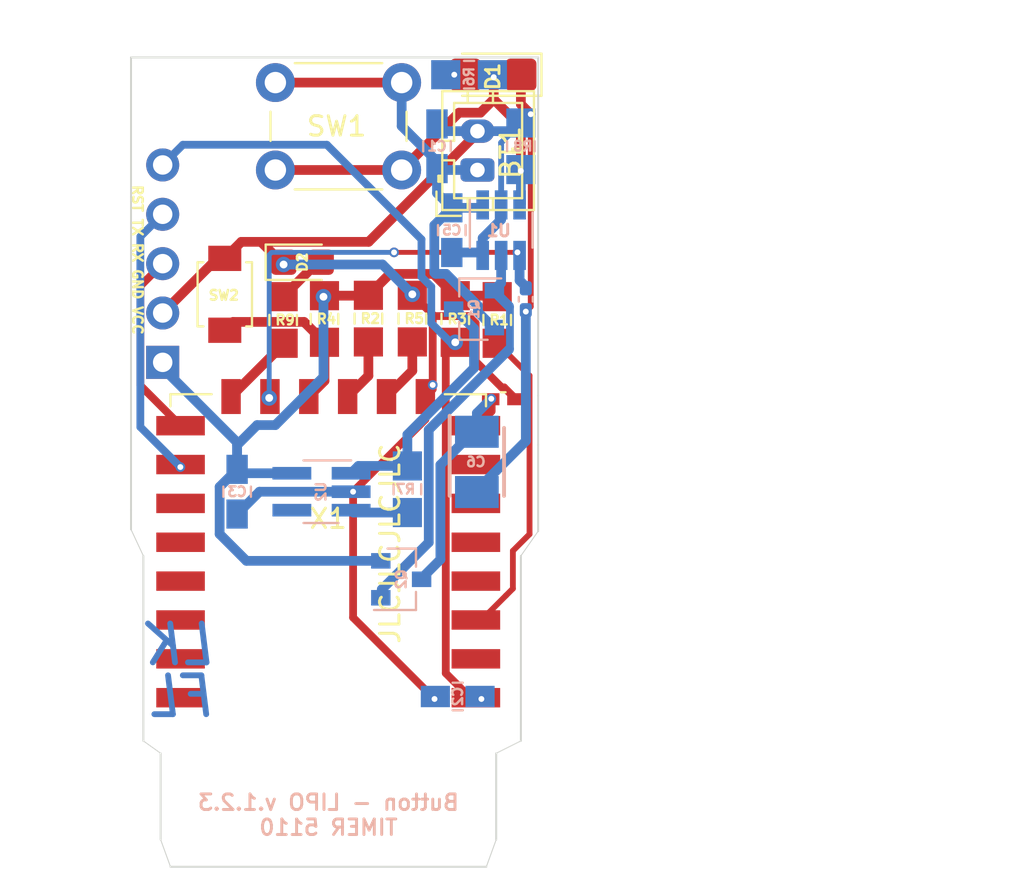
<source format=kicad_pcb>
(kicad_pcb (version 20171130) (host pcbnew "(5.1.9)-1")

  (general
    (thickness 1.6)
    (drawings 25)
    (tracks 181)
    (zones 0)
    (modules 27)
    (nets 20)
  )

  (page A4)
  (layers
    (0 F.Cu signal hide)
    (31 B.Cu signal)
    (32 B.Adhes user)
    (33 F.Adhes user)
    (34 B.Paste user)
    (35 F.Paste user)
    (36 B.SilkS user)
    (37 F.SilkS user)
    (38 B.Mask user)
    (39 F.Mask user)
    (40 Dwgs.User user)
    (41 Cmts.User user)
    (42 Eco1.User user)
    (43 Eco2.User user)
    (44 Edge.Cuts user)
    (45 Margin user)
    (46 B.CrtYd user hide)
    (47 F.CrtYd user hide)
    (48 B.Fab user hide)
    (49 F.Fab user)
  )

  (setup
    (last_trace_width 0.25)
    (user_trace_width 0.3)
    (user_trace_width 0.4)
    (user_trace_width 0.5)
    (trace_clearance 0.1)
    (zone_clearance 0.508)
    (zone_45_only no)
    (trace_min 0.2)
    (via_size 0.8)
    (via_drill 0.4)
    (via_min_size 0.4)
    (via_min_drill 0.3)
    (user_via 0.5 0.3)
    (uvia_size 0.3)
    (uvia_drill 0.1)
    (uvias_allowed no)
    (uvia_min_size 0.2)
    (uvia_min_drill 0.1)
    (edge_width 0.05)
    (segment_width 0.2)
    (pcb_text_width 0.3)
    (pcb_text_size 1.5 1.5)
    (mod_edge_width 0.12)
    (mod_text_size 1 1)
    (mod_text_width 0.15)
    (pad_size 1.524 1.524)
    (pad_drill 0.762)
    (pad_to_mask_clearance 0.051)
    (solder_mask_min_width 0.25)
    (aux_axis_origin 0 0)
    (visible_elements 7FFFFFFF)
    (pcbplotparams
      (layerselection 0x010fc_ffffffff)
      (usegerberextensions false)
      (usegerberattributes false)
      (usegerberadvancedattributes true)
      (creategerberjobfile false)
      (excludeedgelayer true)
      (linewidth 0.150000)
      (plotframeref false)
      (viasonmask false)
      (mode 1)
      (useauxorigin true)
      (hpglpennumber 1)
      (hpglpenspeed 20)
      (hpglpendiameter 15.000000)
      (psnegative false)
      (psa4output false)
      (plotreference true)
      (plotvalue true)
      (plotinvisibletext false)
      (padsonsilk false)
      (subtractmaskfromsilk false)
      (outputformat 1)
      (mirror false)
      (drillshape 0)
      (scaleselection 1)
      (outputdirectory "Gerber/"))
  )

  (net 0 "")
  (net 1 /VCC)
  (net 2 /GND)
  (net 3 /RST)
  (net 4 /RX)
  (net 5 /TX)
  (net 6 /EN)
  (net 7 /GPIO2)
  (net 8 /GPIO0)
  (net 9 "Net-(BT1-Pad1)")
  (net 10 /GPIO15)
  (net 11 "Net-(R7-Pad2)")
  (net 12 /GPIO4)
  (net 13 "Net-(D2-Pad2)")
  (net 14 /GPIO5)
  (net 15 "Net-(D1-Pad2)")
  (net 16 "Net-(R6-Pad2)")
  (net 17 "Net-(Q1-Pad3)")
  (net 18 "Net-(Q1-Pad1)")
  (net 19 /VCC_ESP)

  (net_class Default "This is the default net class."
    (clearance 0.1)
    (trace_width 0.25)
    (via_dia 0.8)
    (via_drill 0.4)
    (uvia_dia 0.3)
    (uvia_drill 0.1)
    (add_net /EN)
    (add_net /GND)
    (add_net /GPIO0)
    (add_net /GPIO15)
    (add_net /GPIO2)
    (add_net /GPIO4)
    (add_net /GPIO5)
    (add_net /RST)
    (add_net /RX)
    (add_net /TX)
    (add_net /VCC)
    (add_net /VCC_ESP)
    (add_net "Net-(BT1-Pad1)")
    (add_net "Net-(D1-Pad2)")
    (add_net "Net-(D2-Pad2)")
    (add_net "Net-(Q1-Pad1)")
    (add_net "Net-(Q1-Pad3)")
    (add_net "Net-(R6-Pad2)")
    (add_net "Net-(R7-Pad2)")
  )

  (module handsolder:SOT-23 (layer B.Cu) (tedit 6035930F) (tstamp 603506EE)
    (at 133.223 73.66 180)
    (descr "SOT-23, Standard")
    (tags SOT-23)
    (path /6036ABC4)
    (attr smd)
    (fp_text reference Q1 (at 0 0 270) (layer B.SilkS)
      (effects (font (size 0.5 0.5) (thickness 0.125)) (justify mirror))
    )
    (fp_text value TSM2301ACX (at 0 -2.5) (layer B.Fab)
      (effects (font (size 1 1) (thickness 0.15)) (justify mirror))
    )
    (fp_line (start -0.7 0.95) (end -0.7 -1.5) (layer B.Fab) (width 0.1))
    (fp_line (start -0.15 1.52) (end 0.7 1.52) (layer B.Fab) (width 0.1))
    (fp_line (start -0.7 0.95) (end -0.15 1.52) (layer B.Fab) (width 0.1))
    (fp_line (start 0.7 1.52) (end 0.7 -1.52) (layer B.Fab) (width 0.1))
    (fp_line (start -0.7 -1.52) (end 0.7 -1.52) (layer B.Fab) (width 0.1))
    (fp_line (start 0.76 -1.58) (end 0.76 -0.65) (layer B.SilkS) (width 0.12))
    (fp_line (start 0.76 1.58) (end 0.76 0.65) (layer B.SilkS) (width 0.12))
    (fp_line (start -1.7 1.75) (end 1.7 1.75) (layer B.CrtYd) (width 0.05))
    (fp_line (start 1.7 1.75) (end 1.7 -1.75) (layer B.CrtYd) (width 0.05))
    (fp_line (start 1.7 -1.75) (end -1.7 -1.75) (layer B.CrtYd) (width 0.05))
    (fp_line (start -1.7 -1.75) (end -1.7 1.75) (layer B.CrtYd) (width 0.05))
    (fp_line (start 0.76 1.58) (end -1.4 1.58) (layer B.SilkS) (width 0.12))
    (fp_line (start 0.76 -1.58) (end -0.7 -1.58) (layer B.SilkS) (width 0.12))
    (fp_text user %R (at 0 0 270) (layer B.Fab)
      (effects (font (size 0.5 0.5) (thickness 0.075)) (justify mirror))
    )
    (pad 3 smd rect (at 1.05 0 180) (size 1 0.8) (layers B.Cu B.Paste B.Mask)
      (net 17 "Net-(Q1-Pad3)"))
    (pad 2 smd rect (at -1.05 -0.95 180) (size 1 0.8) (layers B.Cu B.Paste B.Mask)
      (net 9 "Net-(BT1-Pad1)"))
    (pad 1 smd rect (at -1.05 0.95 180) (size 1 0.8) (layers B.Cu B.Paste B.Mask)
      (net 18 "Net-(Q1-Pad1)"))
    (model ${KISYS3DMOD}/Package_TO_SOT_SMD.3dshapes/SOT-23.wrl
      (at (xyz 0 0 0))
      (scale (xyz 1 1 1))
      (rotate (xyz 0 0 0))
    )
  )

  (module handsolder:LED_0805_2012Metric_Castellated_mod (layer F.Cu) (tedit 60359125) (tstamp 6032680B)
    (at 124.3865 71.247)
    (descr "LED SMD 0805 (2012 Metric), castellated end terminal, IPC_7351 nominal, (Body size source: https://docs.google.com/spreadsheets/d/1BsfQQcO9C6DZCsRaXUlFlo91Tg2WpOkGARC1WS5S8t0/edit?usp=sharing), generated with kicad-footprint-generator")
    (tags "LED castellated")
    (path /6032747F)
    (attr smd)
    (fp_text reference D2 (at 0 0 90) (layer F.SilkS)
      (effects (font (size 0.5 0.5) (thickness 0.125)))
    )
    (fp_text value LED (at 0 1.6 -180) (layer F.Fab)
      (effects (font (size 1 1) (thickness 0.15)))
    )
    (fp_line (start 1 -0.6) (end -0.7 -0.6) (layer F.Fab) (width 0.1))
    (fp_line (start -0.7 -0.6) (end -1 -0.3) (layer F.Fab) (width 0.1))
    (fp_line (start -1 -0.3) (end -1 0.6) (layer F.Fab) (width 0.1))
    (fp_line (start -1 0.6) (end 1 0.6) (layer F.Fab) (width 0.1))
    (fp_line (start 1 0.6) (end 1 -0.6) (layer F.Fab) (width 0.1))
    (fp_line (start 1 -0.91) (end -1.885 -0.91) (layer F.SilkS) (width 0.12))
    (fp_line (start -1.885 -0.91) (end -1.885 0.91) (layer F.SilkS) (width 0.12))
    (fp_line (start -1.885 0.91) (end 1 0.91) (layer F.SilkS) (width 0.12))
    (fp_line (start -1.88 0.9) (end -1.88 -0.9) (layer F.CrtYd) (width 0.05))
    (fp_line (start -1.88 -0.9) (end 1.88 -0.9) (layer F.CrtYd) (width 0.05))
    (fp_line (start 1.88 -0.9) (end 1.88 0.9) (layer F.CrtYd) (width 0.05))
    (fp_line (start 1.88 0.9) (end -1.88 0.9) (layer F.CrtYd) (width 0.05))
    (fp_text user %R (at 0 0 -180) (layer F.Fab)
      (effects (font (size 0.5 0.5) (thickness 0.08)))
    )
    (pad 2 smd roundrect (at 0.9625 0) (size 1.325 1.3) (layers F.Cu F.Paste F.Mask) (roundrect_rratio 0.1923076923076923)
      (net 13 "Net-(D2-Pad2)"))
    (pad 1 smd roundrect (at -0.9625 0) (size 1.325 1.3) (layers F.Cu F.Paste F.Mask) (roundrect_rratio 0.1923076923076923)
      (net 2 /GND))
    (model ${KISYS3DMOD}/LED_SMD.3dshapes/LED_0805_2012Metric_Castellated.wrl
      (at (xyz 0 0 0))
      (scale (xyz 1 1 1))
      (rotate (xyz 0 0 0))
    )
  )

  (module handsolder:SOT-23 (layer B.Cu) (tedit 6035930F) (tstamp 60357A36)
    (at 129.4765 87.5665)
    (descr "SOT-23, Standard")
    (tags SOT-23)
    (path /60357B62)
    (attr smd)
    (fp_text reference Q2 (at 0 0 -90) (layer B.SilkS)
      (effects (font (size 0.5 0.5) (thickness 0.125)) (justify mirror))
    )
    (fp_text value TSM2301ACX (at 0 -2.5) (layer B.Fab)
      (effects (font (size 1 1) (thickness 0.15)) (justify mirror))
    )
    (fp_line (start -0.7 0.95) (end -0.7 -1.5) (layer B.Fab) (width 0.1))
    (fp_line (start -0.15 1.52) (end 0.7 1.52) (layer B.Fab) (width 0.1))
    (fp_line (start -0.7 0.95) (end -0.15 1.52) (layer B.Fab) (width 0.1))
    (fp_line (start 0.7 1.52) (end 0.7 -1.52) (layer B.Fab) (width 0.1))
    (fp_line (start -0.7 -1.52) (end 0.7 -1.52) (layer B.Fab) (width 0.1))
    (fp_line (start 0.76 -1.58) (end 0.76 -0.65) (layer B.SilkS) (width 0.12))
    (fp_line (start 0.76 1.58) (end 0.76 0.65) (layer B.SilkS) (width 0.12))
    (fp_line (start -1.7 1.75) (end 1.7 1.75) (layer B.CrtYd) (width 0.05))
    (fp_line (start 1.7 1.75) (end 1.7 -1.75) (layer B.CrtYd) (width 0.05))
    (fp_line (start 1.7 -1.75) (end -1.7 -1.75) (layer B.CrtYd) (width 0.05))
    (fp_line (start -1.7 -1.75) (end -1.7 1.75) (layer B.CrtYd) (width 0.05))
    (fp_line (start 0.76 1.58) (end -1.4 1.58) (layer B.SilkS) (width 0.12))
    (fp_line (start 0.76 -1.58) (end -0.7 -1.58) (layer B.SilkS) (width 0.12))
    (fp_text user %R (at 0 0 -90) (layer B.Fab)
      (effects (font (size 0.5 0.5) (thickness 0.075)) (justify mirror))
    )
    (pad 3 smd rect (at 1.05 0) (size 1 0.8) (layers B.Cu B.Paste B.Mask)
      (net 19 /VCC_ESP))
    (pad 2 smd rect (at -1.05 -0.95) (size 1 0.8) (layers B.Cu B.Paste B.Mask)
      (net 1 /VCC))
    (pad 1 smd rect (at -1.05 0.95) (size 1 0.8) (layers B.Cu B.Paste B.Mask)
      (net 18 "Net-(Q1-Pad1)"))
    (model ${KISYS3DMOD}/Package_TO_SOT_SMD.3dshapes/SOT-23.wrl
      (at (xyz 0 0 0))
      (scale (xyz 1 1 1))
      (rotate (xyz 0 0 0))
    )
  )

  (module handsolder:C_0402_1005Metric_Pad0.74x0.62mm_HandSoldermod (layer F.Cu) (tedit 6036714F) (tstamp 6036D205)
    (at 134.73176 78.29804)
    (descr "Capacitor SMD 0402 (1005 Metric), square (rectangular) end terminal, IPC_7351 nominal with elongated pad for handsoldering. (Body size source: IPC-SM-782 page 76, https://www.pcb-3d.com/wordpress/wp-content/uploads/ipc-sm-782a_amendment_1_and_2.pdf), generated with kicad-footprint-generator")
    (tags "capacitor handsolder")
    (path /60367E56)
    (attr smd)
    (fp_text reference C7 (at 0 0 -180) (layer F.SilkS) hide
      (effects (font (size 0.5 0.5) (thickness 0.125)))
    )
    (fp_text value 100nF (at 0 1.16 -180) (layer F.Fab)
      (effects (font (size 1 1) (thickness 0.15)))
    )
    (fp_line (start -0.5 0.25) (end -0.5 -0.25) (layer F.Fab) (width 0.1))
    (fp_line (start -0.5 -0.25) (end 0.5 -0.25) (layer F.Fab) (width 0.1))
    (fp_line (start 0.5 -0.25) (end 0.5 0.25) (layer F.Fab) (width 0.1))
    (fp_line (start 0.5 0.25) (end -0.5 0.25) (layer F.Fab) (width 0.1))
    (fp_line (start -0.115835 -0.36) (end 0.115835 -0.36) (layer F.SilkS) (width 0.12))
    (fp_line (start -1.08 0.46) (end -1.08 -0.46) (layer F.CrtYd) (width 0.05))
    (fp_line (start -1.08 -0.46) (end 1.08 -0.46) (layer F.CrtYd) (width 0.05))
    (fp_line (start 1.08 -0.46) (end 1.08 0.46) (layer F.CrtYd) (width 0.05))
    (fp_line (start 1.08 0.46) (end -1.08 0.46) (layer F.CrtYd) (width 0.05))
    (fp_text user %R (at 0 0 -180) (layer F.Fab)
      (effects (font (size 0.25 0.25) (thickness 0.04)))
    )
    (pad 2 smd rect (at 0.65 0) (size 0.9 0.62) (layers F.Cu F.Paste F.Mask)
      (net 2 /GND))
    (pad 1 smd rect (at -0.65 0) (size 0.9 0.62) (layers F.Cu F.Paste F.Mask)
      (net 19 /VCC_ESP))
    (model ${KISYS3DMOD}/Capacitor_SMD.3dshapes/C_0402_1005Metric.wrl
      (at (xyz 0 0 0))
      (scale (xyz 1 1 1))
      (rotate (xyz 0 0 0))
    )
  )

  (module SamacSys_Parts:CAPPM3528X210N (layer B.Cu) (tedit 60364A5B) (tstamp 60368EFD)
    (at 133.37032 81.52384 270)
    (descr T495B-10)
    (tags "Capacitor Polarised")
    (path /60363F81)
    (attr smd)
    (fp_text reference C6 (at 0 0.05) (layer B.SilkS)
      (effects (font (size 0.5 0.5) (thickness 0.125)) (justify mirror))
    )
    (fp_text value TAJB476M010TNJ (at 0 0 270) (layer B.SilkS) hide
      (effects (font (size 1.27 1.27) (thickness 0.254)) (justify mirror))
    )
    (fp_line (start -2.625 1.75) (end 2.625 1.75) (layer B.CrtYd) (width 0.05))
    (fp_line (start 2.625 1.75) (end 2.625 -1.75) (layer B.CrtYd) (width 0.05))
    (fp_line (start 2.625 -1.75) (end -2.625 -1.75) (layer B.CrtYd) (width 0.05))
    (fp_line (start -2.625 -1.75) (end -2.625 1.75) (layer B.CrtYd) (width 0.05))
    (fp_line (start -1.75 1.4) (end 1.75 1.4) (layer B.Fab) (width 0.1))
    (fp_line (start 1.75 1.4) (end 1.75 -1.4) (layer B.Fab) (width 0.1))
    (fp_line (start 1.75 -1.4) (end -1.75 -1.4) (layer B.Fab) (width 0.1))
    (fp_line (start -1.75 -1.4) (end -1.75 1.4) (layer B.Fab) (width 0.1))
    (fp_line (start -1.75 0.575) (end -0.925 1.4) (layer B.Fab) (width 0.1))
    (fp_line (start 1.75 1.4) (end -2.375 1.4) (layer B.SilkS) (width 0.2))
    (fp_line (start -1.75 -1.4) (end 1.75 -1.4) (layer B.SilkS) (width 0.2))
    (fp_text user %R (at 0 0 270) (layer B.Fab)
      (effects (font (size 1.27 1.27) (thickness 0.254)) (justify mirror))
    )
    (pad 2 smd rect (at 1.55 0 270) (size 1.65 2.25) (layers B.Cu B.Paste B.Mask)
      (net 2 /GND))
    (pad 1 smd rect (at -1.55 0 270) (size 1.65 2.25) (layers B.Cu B.Paste B.Mask)
      (net 19 /VCC_ESP))
    (model "C:\\Program Files\\KiCad\\SamacSys_Parts.3dshapes\\T495B476K006ATE450.stp"
      (at (xyz 0 0 0))
      (scale (xyz 1 1 1))
      (rotate (xyz 0 0 0))
    )
  )

  (module Capacitor_SMD:C_0402_1005Metric_Pad0.74x0.62mm_HandSolder (layer B.Cu) (tedit 5F6BB22C) (tstamp 6034871F)
    (at 135.89 73.152 270)
    (descr "Capacitor SMD 0402 (1005 Metric), square (rectangular) end terminal, IPC_7351 nominal with elongated pad for handsoldering. (Body size source: IPC-SM-782 page 76, https://www.pcb-3d.com/wordpress/wp-content/uploads/ipc-sm-782a_amendment_1_and_2.pdf), generated with kicad-footprint-generator")
    (tags "capacitor handsolder")
    (path /6039298F)
    (attr smd)
    (fp_text reference C4 (at 1.87452 0.01524 90) (layer B.SilkS) hide
      (effects (font (size 1 1) (thickness 0.15)) (justify mirror))
    )
    (fp_text value 10nf-100nf (at 0 -1.16 90) (layer B.Fab)
      (effects (font (size 1 1) (thickness 0.15)) (justify mirror))
    )
    (fp_line (start -0.5 -0.25) (end -0.5 0.25) (layer B.Fab) (width 0.1))
    (fp_line (start -0.5 0.25) (end 0.5 0.25) (layer B.Fab) (width 0.1))
    (fp_line (start 0.5 0.25) (end 0.5 -0.25) (layer B.Fab) (width 0.1))
    (fp_line (start 0.5 -0.25) (end -0.5 -0.25) (layer B.Fab) (width 0.1))
    (fp_line (start -0.115835 0.36) (end 0.115835 0.36) (layer B.SilkS) (width 0.12))
    (fp_line (start -0.115835 -0.36) (end 0.115835 -0.36) (layer B.SilkS) (width 0.12))
    (fp_line (start -1.08 -0.46) (end -1.08 0.46) (layer B.CrtYd) (width 0.05))
    (fp_line (start -1.08 0.46) (end 1.08 0.46) (layer B.CrtYd) (width 0.05))
    (fp_line (start 1.08 0.46) (end 1.08 -0.46) (layer B.CrtYd) (width 0.05))
    (fp_line (start 1.08 -0.46) (end -1.08 -0.46) (layer B.CrtYd) (width 0.05))
    (fp_text user %R (at 0 0 90) (layer B.Fab)
      (effects (font (size 0.25 0.25) (thickness 0.04)) (justify mirror))
    )
    (pad 2 smd roundrect (at 0.5675 0 270) (size 0.735 0.62) (layers B.Cu B.Paste B.Mask) (roundrect_rratio 0.25)
      (net 2 /GND))
    (pad 1 smd roundrect (at -0.5675 0 270) (size 0.735 0.62) (layers B.Cu B.Paste B.Mask) (roundrect_rratio 0.25)
      (net 12 /GPIO4))
    (model ${KISYS3DMOD}/Capacitor_SMD.3dshapes/C_0402_1005Metric.wrl
      (at (xyz 0 0 0))
      (scale (xyz 1 1 1))
      (rotate (xyz 0 0 0))
    )
  )

  (module handsolder:SOT-23-5_HandSolderingmod (layer B.Cu) (tedit 6035922E) (tstamp 60326955)
    (at 125.349 83.058 180)
    (descr "5-pin SOT23 package")
    (tags "SOT-23-5 hand-soldering")
    (path /602F5FBE)
    (attr smd)
    (fp_text reference U2 (at 0 0 270) (layer B.SilkS)
      (effects (font (size 0.5 0.5) (thickness 0.125)) (justify mirror))
    )
    (fp_text value AP2112K-3.3 (at 10.287 -1.143) (layer B.SilkS) hide
      (effects (font (size 1 1) (thickness 0.15)) (justify mirror))
    )
    (fp_line (start 2.38 -1.8) (end -2.38 -1.8) (layer B.CrtYd) (width 0.05))
    (fp_line (start 2.38 -1.8) (end 2.38 1.8) (layer B.CrtYd) (width 0.05))
    (fp_line (start -2.38 1.8) (end -2.38 -1.8) (layer B.CrtYd) (width 0.05))
    (fp_line (start -2.38 1.8) (end 2.38 1.8) (layer B.CrtYd) (width 0.05))
    (fp_line (start 0.9 1.55) (end 0.9 -1.55) (layer B.Fab) (width 0.1))
    (fp_line (start 0.9 -1.55) (end -0.9 -1.55) (layer B.Fab) (width 0.1))
    (fp_line (start -0.9 0.9) (end -0.9 -1.55) (layer B.Fab) (width 0.1))
    (fp_line (start 0.9 1.55) (end -0.25 1.55) (layer B.Fab) (width 0.1))
    (fp_line (start -0.9 0.9) (end -0.25 1.55) (layer B.Fab) (width 0.1))
    (fp_line (start 0.9 1.61) (end -1.55 1.61) (layer B.SilkS) (width 0.12))
    (fp_line (start -0.9 -1.61) (end 0.9 -1.61) (layer B.SilkS) (width 0.12))
    (fp_text user %R (at 0 0 90) (layer B.Fab)
      (effects (font (size 0.5 0.5) (thickness 0.075)) (justify mirror))
    )
    (pad 5 smd rect (at 1.5 0.95 180) (size 2 0.65) (layers B.Cu B.Paste B.Mask)
      (net 1 /VCC))
    (pad 4 smd rect (at 1.5 -0.95 180) (size 2 0.65) (layers B.Cu B.Paste B.Mask))
    (pad 3 smd rect (at -1.55 -0.95 180) (size 2 0.65) (layers B.Cu B.Paste B.Mask)
      (net 11 "Net-(R7-Pad2)"))
    (pad 2 smd trapezoid (at -1.55 0 180) (size 2 0.65) (layers B.Cu B.Paste B.Mask)
      (net 2 /GND))
    (pad 1 smd rect (at -1.55 0.95 180) (size 2 0.65) (layers B.Cu B.Paste B.Mask)
      (net 17 "Net-(Q1-Pad3)"))
    (model ${KISYS3DMOD}/Package_TO_SOT_SMD.3dshapes/SOT-23-5.wrl
      (at (xyz 0 0 0))
      (scale (xyz 1 1 1))
      (rotate (xyz 0 0 0))
    )
  )

  (module handsolder:C_0805_2012handsodermod (layer B.Cu) (tedit 603591CC) (tstamp 6035066D)
    (at 132.08 69.596 90)
    (descr "Capacitor SMD 0805 (2012 Metric), square (rectangular) end terminal, IPC_7351 nominal with elongated pad for handsoldering. (Body size source: https://docs.google.com/spreadsheets/d/1BsfQQcO9C6DZCsRaXUlFlo91Tg2WpOkGARC1WS5S8t0/edit?usp=sharing), generated with kicad-footprint-generator")
    (tags "capacitor handsolder")
    (path /60375EFB)
    (attr smd)
    (fp_text reference C5 (at 0 0 180) (layer B.SilkS)
      (effects (font (size 0.5 0.5) (thickness 0.125)) (justify mirror))
    )
    (fp_text value 100nF (at 0 -1.65 90) (layer B.Fab) hide
      (effects (font (size 1 1) (thickness 0.15)) (justify mirror))
    )
    (fp_line (start 2.05 -0.95) (end -2 -0.95) (layer B.CrtYd) (width 0.05))
    (fp_line (start 2.05 0.95) (end 2.05 -0.95) (layer B.CrtYd) (width 0.05))
    (fp_line (start -2 0.95) (end 2.05 0.95) (layer B.CrtYd) (width 0.05))
    (fp_line (start -2 -0.95) (end -2 0.95) (layer B.CrtYd) (width 0.05))
    (fp_line (start -0.261252 -0.71) (end 0.261252 -0.71) (layer B.SilkS) (width 0.12))
    (fp_line (start -0.261252 0.71) (end 0.261252 0.71) (layer B.SilkS) (width 0.12))
    (fp_line (start 1 -0.6) (end -1 -0.6) (layer B.Fab) (width 0.1))
    (fp_line (start 1 0.6) (end 1 -0.6) (layer B.Fab) (width 0.1))
    (fp_line (start -1 0.6) (end 1 0.6) (layer B.Fab) (width 0.1))
    (fp_line (start -1 -0.6) (end -1 0.6) (layer B.Fab) (width 0.1))
    (fp_text user %R (at 0 0 90) (layer B.Fab)
      (effects (font (size 0.5 0.5) (thickness 0.08)) (justify mirror))
    )
    (pad 2 smd rect (at 1.15 0 90) (size 1.5 1.1) (layers B.Cu B.Paste B.Mask)
      (net 9 "Net-(BT1-Pad1)"))
    (pad 1 smd rect (at -1.15 0 90) (size 1.5 1.1) (layers B.Cu B.Paste B.Mask)
      (net 2 /GND))
    (model ${KISYS3DMOD}/Capacitor_SMD.3dshapes/C_0805_2012Metric.wrl
      (at (xyz 0 0 0))
      (scale (xyz 1 1 1))
      (rotate (xyz 0 0 0))
    )
  )

  (module handsolder:C_0805_2012handsodermod (layer B.Cu) (tedit 603591CC) (tstamp 603267C3)
    (at 131.318 65.278 270)
    (descr "Capacitor SMD 0805 (2012 Metric), square (rectangular) end terminal, IPC_7351 nominal with elongated pad for handsoldering. (Body size source: https://docs.google.com/spreadsheets/d/1BsfQQcO9C6DZCsRaXUlFlo91Tg2WpOkGARC1WS5S8t0/edit?usp=sharing), generated with kicad-footprint-generator")
    (tags "capacitor handsolder")
    (path /602D0C1F)
    (attr smd)
    (fp_text reference C1 (at 0 0 180) (layer B.SilkS)
      (effects (font (size 0.5 0.5) (thickness 0.125)) (justify mirror))
    )
    (fp_text value 10uF (at 0 -1.65 90) (layer B.Fab) hide
      (effects (font (size 1 1) (thickness 0.15)) (justify mirror))
    )
    (fp_line (start 2.05 -0.95) (end -2 -0.95) (layer B.CrtYd) (width 0.05))
    (fp_line (start 2.05 0.95) (end 2.05 -0.95) (layer B.CrtYd) (width 0.05))
    (fp_line (start -2 0.95) (end 2.05 0.95) (layer B.CrtYd) (width 0.05))
    (fp_line (start -2 -0.95) (end -2 0.95) (layer B.CrtYd) (width 0.05))
    (fp_line (start -0.261252 -0.71) (end 0.261252 -0.71) (layer B.SilkS) (width 0.12))
    (fp_line (start -0.261252 0.71) (end 0.261252 0.71) (layer B.SilkS) (width 0.12))
    (fp_line (start 1 -0.6) (end -1 -0.6) (layer B.Fab) (width 0.1))
    (fp_line (start 1 0.6) (end 1 -0.6) (layer B.Fab) (width 0.1))
    (fp_line (start -1 0.6) (end 1 0.6) (layer B.Fab) (width 0.1))
    (fp_line (start -1 -0.6) (end -1 0.6) (layer B.Fab) (width 0.1))
    (fp_text user %R (at 0 0 90) (layer B.Fab)
      (effects (font (size 0.5 0.5) (thickness 0.08)) (justify mirror))
    )
    (pad 2 smd rect (at 1.15 0 270) (size 1.5 1.1) (layers B.Cu B.Paste B.Mask)
      (net 9 "Net-(BT1-Pad1)"))
    (pad 1 smd rect (at -1.15 0 270) (size 1.5 1.1) (layers B.Cu B.Paste B.Mask)
      (net 2 /GND))
    (model ${KISYS3DMOD}/Capacitor_SMD.3dshapes/C_0805_2012Metric.wrl
      (at (xyz 0 0 0))
      (scale (xyz 1 1 1))
      (rotate (xyz 0 0 0))
    )
  )

  (module handsolder:C_0805_2012handsodermod (layer B.Cu) (tedit 603591CC) (tstamp 603267E5)
    (at 121.031 83.058 90)
    (descr "Capacitor SMD 0805 (2012 Metric), square (rectangular) end terminal, IPC_7351 nominal with elongated pad for handsoldering. (Body size source: https://docs.google.com/spreadsheets/d/1BsfQQcO9C6DZCsRaXUlFlo91Tg2WpOkGARC1WS5S8t0/edit?usp=sharing), generated with kicad-footprint-generator")
    (tags "capacitor handsolder")
    (path /602E3D4A)
    (attr smd)
    (fp_text reference C3 (at 0 0 180) (layer B.SilkS)
      (effects (font (size 0.5 0.5) (thickness 0.125)) (justify mirror))
    )
    (fp_text value 10uF (at 0 -1.65 90) (layer B.Fab) hide
      (effects (font (size 1 1) (thickness 0.15)) (justify mirror))
    )
    (fp_line (start 2.05 -0.95) (end -2 -0.95) (layer B.CrtYd) (width 0.05))
    (fp_line (start 2.05 0.95) (end 2.05 -0.95) (layer B.CrtYd) (width 0.05))
    (fp_line (start -2 0.95) (end 2.05 0.95) (layer B.CrtYd) (width 0.05))
    (fp_line (start -2 -0.95) (end -2 0.95) (layer B.CrtYd) (width 0.05))
    (fp_line (start -0.261252 -0.71) (end 0.261252 -0.71) (layer B.SilkS) (width 0.12))
    (fp_line (start -0.261252 0.71) (end 0.261252 0.71) (layer B.SilkS) (width 0.12))
    (fp_line (start 1 -0.6) (end -1 -0.6) (layer B.Fab) (width 0.1))
    (fp_line (start 1 0.6) (end 1 -0.6) (layer B.Fab) (width 0.1))
    (fp_line (start -1 0.6) (end 1 0.6) (layer B.Fab) (width 0.1))
    (fp_line (start -1 -0.6) (end -1 0.6) (layer B.Fab) (width 0.1))
    (fp_text user %R (at 0 0 90) (layer B.Fab)
      (effects (font (size 0.5 0.5) (thickness 0.08)) (justify mirror))
    )
    (pad 2 smd rect (at 1.15 0 90) (size 1.5 1.1) (layers B.Cu B.Paste B.Mask)
      (net 1 /VCC))
    (pad 1 smd rect (at -1.15 0 90) (size 1.5 1.1) (layers B.Cu B.Paste B.Mask)
      (net 2 /GND))
    (model ${KISYS3DMOD}/Capacitor_SMD.3dshapes/C_0805_2012Metric.wrl
      (at (xyz 0 0 0))
      (scale (xyz 1 1 1))
      (rotate (xyz 0 0 0))
    )
  )

  (module handsolder:C_0805_2012handsodermod (layer B.Cu) (tedit 603591CC) (tstamp 603267D4)
    (at 132.3848 93.599)
    (descr "Capacitor SMD 0805 (2012 Metric), square (rectangular) end terminal, IPC_7351 nominal with elongated pad for handsoldering. (Body size source: https://docs.google.com/spreadsheets/d/1BsfQQcO9C6DZCsRaXUlFlo91Tg2WpOkGARC1WS5S8t0/edit?usp=sharing), generated with kicad-footprint-generator")
    (tags "capacitor handsolder")
    (path /602C896A)
    (attr smd)
    (fp_text reference C2 (at 0 0 -90) (layer B.SilkS)
      (effects (font (size 0.5 0.5) (thickness 0.125)) (justify mirror))
    )
    (fp_text value 100nF (at 0 -1.65) (layer B.Fab) hide
      (effects (font (size 1 1) (thickness 0.15)) (justify mirror))
    )
    (fp_line (start 2.05 -0.95) (end -2 -0.95) (layer B.CrtYd) (width 0.05))
    (fp_line (start 2.05 0.95) (end 2.05 -0.95) (layer B.CrtYd) (width 0.05))
    (fp_line (start -2 0.95) (end 2.05 0.95) (layer B.CrtYd) (width 0.05))
    (fp_line (start -2 -0.95) (end -2 0.95) (layer B.CrtYd) (width 0.05))
    (fp_line (start -0.261252 -0.71) (end 0.261252 -0.71) (layer B.SilkS) (width 0.12))
    (fp_line (start -0.261252 0.71) (end 0.261252 0.71) (layer B.SilkS) (width 0.12))
    (fp_line (start 1 -0.6) (end -1 -0.6) (layer B.Fab) (width 0.1))
    (fp_line (start 1 0.6) (end 1 -0.6) (layer B.Fab) (width 0.1))
    (fp_line (start -1 0.6) (end 1 0.6) (layer B.Fab) (width 0.1))
    (fp_line (start -1 -0.6) (end -1 0.6) (layer B.Fab) (width 0.1))
    (fp_text user %R (at 0 0) (layer B.Fab)
      (effects (font (size 0.5 0.5) (thickness 0.08)) (justify mirror))
    )
    (pad 2 smd rect (at 1.15 0) (size 1.5 1.1) (layers B.Cu B.Paste B.Mask)
      (net 3 /RST))
    (pad 1 smd rect (at -1.15 0) (size 1.5 1.1) (layers B.Cu B.Paste B.Mask)
      (net 2 /GND))
    (model ${KISYS3DMOD}/Capacitor_SMD.3dshapes/C_0805_2012Metric.wrl
      (at (xyz 0 0 0))
      (scale (xyz 1 1 1))
      (rotate (xyz 0 0 0))
    )
  )

  (module handsolder:R_0805_2012handsoldermod (layer F.Cu) (tedit 60358F22) (tstamp 603268F2)
    (at 123.4 74.2188 270)
    (descr "Resistor SMD 0805 (2012 Metric), square (rectangular) end terminal, IPC_7351 nominal with elongated pad for handsoldering. (Body size source: https://docs.google.com/spreadsheets/d/1BsfQQcO9C6DZCsRaXUlFlo91Tg2WpOkGARC1WS5S8t0/edit?usp=sharing), generated with kicad-footprint-generator")
    (tags "resistor handsolder")
    (path /60325E7B)
    (attr smd)
    (fp_text reference R9 (at 0 -0.1) (layer F.SilkS)
      (effects (font (size 0.5 0.5) (thickness 0.125)))
    )
    (fp_text value 1k (at 0 1.65 90) (layer F.Fab) hide
      (effects (font (size 1 1) (thickness 0.15)))
    )
    (fp_line (start 2.05 0.95) (end -2.05 0.95) (layer F.CrtYd) (width 0.05))
    (fp_line (start 2.05 -0.95) (end 2.05 0.95) (layer F.CrtYd) (width 0.05))
    (fp_line (start -2.05 -0.95) (end 2.05 -0.95) (layer F.CrtYd) (width 0.05))
    (fp_line (start -2.05 0.95) (end -2.05 -0.95) (layer F.CrtYd) (width 0.05))
    (fp_line (start -0.261252 0.71) (end 0.261252 0.71) (layer F.SilkS) (width 0.12))
    (fp_line (start -0.261252 -0.71) (end 0.261252 -0.71) (layer F.SilkS) (width 0.12))
    (fp_line (start 1 0.6) (end -1 0.6) (layer F.Fab) (width 0.1))
    (fp_line (start 1 -0.6) (end 1 0.6) (layer F.Fab) (width 0.1))
    (fp_line (start -1 -0.6) (end 1 -0.6) (layer F.Fab) (width 0.1))
    (fp_line (start -1 0.6) (end -1 -0.6) (layer F.Fab) (width 0.1))
    (fp_text user %R (at 0 0 90) (layer F.Fab)
      (effects (font (size 0.5 0.5) (thickness 0.08)))
    )
    (pad 2 smd rect (at 1.2 0 270) (size 1.5 1.5) (layers F.Cu F.Paste F.Mask)
      (net 14 /GPIO5))
    (pad 1 smd rect (at -1.2 0 270) (size 1.5 1.5) (layers F.Cu F.Paste F.Mask)
      (net 13 "Net-(D2-Pad2)"))
    (model ${KISYS3DMOD}/Resistor_SMD.3dshapes/R_0805_2012Metric.wrl
      (at (xyz 0 0 0))
      (scale (xyz 1 1 1))
      (rotate (xyz 0 0 0))
    )
  )

  (module handsolder:R_0805_2012handsoldermod (layer B.Cu) (tedit 60358F22) (tstamp 603507BF)
    (at 129.794 82.931 270)
    (descr "Resistor SMD 0805 (2012 Metric), square (rectangular) end terminal, IPC_7351 nominal with elongated pad for handsoldering. (Body size source: https://docs.google.com/spreadsheets/d/1BsfQQcO9C6DZCsRaXUlFlo91Tg2WpOkGARC1WS5S8t0/edit?usp=sharing), generated with kicad-footprint-generator")
    (tags "resistor handsolder")
    (path /60373816)
    (attr smd)
    (fp_text reference R7 (at 0 0.1 180) (layer B.SilkS)
      (effects (font (size 0.5 0.5) (thickness 0.125)) (justify mirror))
    )
    (fp_text value 100k (at 0 -1.65 90) (layer B.Fab) hide
      (effects (font (size 1 1) (thickness 0.15)) (justify mirror))
    )
    (fp_line (start 2.05 -0.95) (end -2.05 -0.95) (layer B.CrtYd) (width 0.05))
    (fp_line (start 2.05 0.95) (end 2.05 -0.95) (layer B.CrtYd) (width 0.05))
    (fp_line (start -2.05 0.95) (end 2.05 0.95) (layer B.CrtYd) (width 0.05))
    (fp_line (start -2.05 -0.95) (end -2.05 0.95) (layer B.CrtYd) (width 0.05))
    (fp_line (start -0.261252 -0.71) (end 0.261252 -0.71) (layer B.SilkS) (width 0.12))
    (fp_line (start -0.261252 0.71) (end 0.261252 0.71) (layer B.SilkS) (width 0.12))
    (fp_line (start 1 -0.6) (end -1 -0.6) (layer B.Fab) (width 0.1))
    (fp_line (start 1 0.6) (end 1 -0.6) (layer B.Fab) (width 0.1))
    (fp_line (start -1 0.6) (end 1 0.6) (layer B.Fab) (width 0.1))
    (fp_line (start -1 -0.6) (end -1 0.6) (layer B.Fab) (width 0.1))
    (fp_text user %R (at 0 0 90) (layer B.Fab)
      (effects (font (size 0.5 0.5) (thickness 0.08)) (justify mirror))
    )
    (pad 2 smd rect (at 1.2 0 270) (size 1.5 1.5) (layers B.Cu B.Paste B.Mask)
      (net 11 "Net-(R7-Pad2)"))
    (pad 1 smd rect (at -1.2 0 270) (size 1.5 1.5) (layers B.Cu B.Paste B.Mask)
      (net 17 "Net-(Q1-Pad3)"))
    (model ${KISYS3DMOD}/Resistor_SMD.3dshapes/R_0805_2012Metric.wrl
      (at (xyz 0 0 0))
      (scale (xyz 1 1 1))
      (rotate (xyz 0 0 0))
    )
  )

  (module handsolder:R_0805_2012handsoldermod (layer B.Cu) (tedit 60358F22) (tstamp 603268E1)
    (at 135.636 65.278 90)
    (descr "Resistor SMD 0805 (2012 Metric), square (rectangular) end terminal, IPC_7351 nominal with elongated pad for handsoldering. (Body size source: https://docs.google.com/spreadsheets/d/1BsfQQcO9C6DZCsRaXUlFlo91Tg2WpOkGARC1WS5S8t0/edit?usp=sharing), generated with kicad-footprint-generator")
    (tags "resistor handsolder")
    (path /6031EA78)
    (attr smd)
    (fp_text reference R8 (at 0 0.1 180) (layer B.SilkS)
      (effects (font (size 0.5 0.5) (thickness 0.125)) (justify mirror))
    )
    (fp_text value 10k (at 0 -1.65 90) (layer B.Fab) hide
      (effects (font (size 1 1) (thickness 0.15)) (justify mirror))
    )
    (fp_line (start 2.05 -0.95) (end -2.05 -0.95) (layer B.CrtYd) (width 0.05))
    (fp_line (start 2.05 0.95) (end 2.05 -0.95) (layer B.CrtYd) (width 0.05))
    (fp_line (start -2.05 0.95) (end 2.05 0.95) (layer B.CrtYd) (width 0.05))
    (fp_line (start -2.05 -0.95) (end -2.05 0.95) (layer B.CrtYd) (width 0.05))
    (fp_line (start -0.261252 -0.71) (end 0.261252 -0.71) (layer B.SilkS) (width 0.12))
    (fp_line (start -0.261252 0.71) (end 0.261252 0.71) (layer B.SilkS) (width 0.12))
    (fp_line (start 1 -0.6) (end -1 -0.6) (layer B.Fab) (width 0.1))
    (fp_line (start 1 0.6) (end 1 -0.6) (layer B.Fab) (width 0.1))
    (fp_line (start -1 0.6) (end 1 0.6) (layer B.Fab) (width 0.1))
    (fp_line (start -1 -0.6) (end -1 0.6) (layer B.Fab) (width 0.1))
    (fp_text user %R (at 0 0 90) (layer B.Fab)
      (effects (font (size 0.5 0.5) (thickness 0.08)) (justify mirror))
    )
    (pad 2 smd rect (at 1.2 0 90) (size 1.5 1.5) (layers B.Cu B.Paste B.Mask)
      (net 2 /GND))
    (pad 1 smd rect (at -1.2 0 90) (size 1.5 1.5) (layers B.Cu B.Paste B.Mask)
      (net 16 "Net-(R6-Pad2)"))
    (model ${KISYS3DMOD}/Resistor_SMD.3dshapes/R_0805_2012Metric.wrl
      (at (xyz 0 0 0))
      (scale (xyz 1 1 1))
      (rotate (xyz 0 0 0))
    )
  )

  (module handsolder:R_0805_2012handsoldermod (layer B.Cu) (tedit 60358F22) (tstamp 603268BF)
    (at 132.969 61.595)
    (descr "Resistor SMD 0805 (2012 Metric), square (rectangular) end terminal, IPC_7351 nominal with elongated pad for handsoldering. (Body size source: https://docs.google.com/spreadsheets/d/1BsfQQcO9C6DZCsRaXUlFlo91Tg2WpOkGARC1WS5S8t0/edit?usp=sharing), generated with kicad-footprint-generator")
    (tags "resistor handsolder")
    (path /602D454A)
    (attr smd)
    (fp_text reference R6 (at 0 0.1 -90) (layer B.SilkS)
      (effects (font (size 0.5 0.5) (thickness 0.125)) (justify mirror))
    )
    (fp_text value 1k (at 0 -1.65) (layer B.Fab) hide
      (effects (font (size 1 1) (thickness 0.15)) (justify mirror))
    )
    (fp_line (start 2.05 -0.95) (end -2.05 -0.95) (layer B.CrtYd) (width 0.05))
    (fp_line (start 2.05 0.95) (end 2.05 -0.95) (layer B.CrtYd) (width 0.05))
    (fp_line (start -2.05 0.95) (end 2.05 0.95) (layer B.CrtYd) (width 0.05))
    (fp_line (start -2.05 -0.95) (end -2.05 0.95) (layer B.CrtYd) (width 0.05))
    (fp_line (start -0.261252 -0.71) (end 0.261252 -0.71) (layer B.SilkS) (width 0.12))
    (fp_line (start -0.261252 0.71) (end 0.261252 0.71) (layer B.SilkS) (width 0.12))
    (fp_line (start 1 -0.6) (end -1 -0.6) (layer B.Fab) (width 0.1))
    (fp_line (start 1 0.6) (end 1 -0.6) (layer B.Fab) (width 0.1))
    (fp_line (start -1 0.6) (end 1 0.6) (layer B.Fab) (width 0.1))
    (fp_line (start -1 -0.6) (end -1 0.6) (layer B.Fab) (width 0.1))
    (fp_text user %R (at 0 0) (layer B.Fab)
      (effects (font (size 0.5 0.5) (thickness 0.08)) (justify mirror))
    )
    (pad 2 smd rect (at 1.2 0) (size 1.5 1.5) (layers B.Cu B.Paste B.Mask)
      (net 16 "Net-(R6-Pad2)"))
    (pad 1 smd rect (at -1.2 0) (size 1.5 1.5) (layers B.Cu B.Paste B.Mask)
      (net 15 "Net-(D1-Pad2)"))
    (model ${KISYS3DMOD}/Resistor_SMD.3dshapes/R_0805_2012Metric.wrl
      (at (xyz 0 0 0))
      (scale (xyz 1 1 1))
      (rotate (xyz 0 0 0))
    )
  )

  (module handsolder:R_0805_2012handsoldermod (layer F.Cu) (tedit 60358F22) (tstamp 603268AE)
    (at 130.048 74.1488 270)
    (descr "Resistor SMD 0805 (2012 Metric), square (rectangular) end terminal, IPC_7351 nominal with elongated pad for handsoldering. (Body size source: https://docs.google.com/spreadsheets/d/1BsfQQcO9C6DZCsRaXUlFlo91Tg2WpOkGARC1WS5S8t0/edit?usp=sharing), generated with kicad-footprint-generator")
    (tags "resistor handsolder")
    (path /602CA91E)
    (attr smd)
    (fp_text reference R5 (at 0 -0.1) (layer F.SilkS)
      (effects (font (size 0.5 0.5) (thickness 0.125)))
    )
    (fp_text value 4.7k (at 0 1.65 90) (layer F.Fab) hide
      (effects (font (size 1 1) (thickness 0.15)))
    )
    (fp_line (start 2.05 0.95) (end -2.05 0.95) (layer F.CrtYd) (width 0.05))
    (fp_line (start 2.05 -0.95) (end 2.05 0.95) (layer F.CrtYd) (width 0.05))
    (fp_line (start -2.05 -0.95) (end 2.05 -0.95) (layer F.CrtYd) (width 0.05))
    (fp_line (start -2.05 0.95) (end -2.05 -0.95) (layer F.CrtYd) (width 0.05))
    (fp_line (start -0.261252 0.71) (end 0.261252 0.71) (layer F.SilkS) (width 0.12))
    (fp_line (start -0.261252 -0.71) (end 0.261252 -0.71) (layer F.SilkS) (width 0.12))
    (fp_line (start 1 0.6) (end -1 0.6) (layer F.Fab) (width 0.1))
    (fp_line (start 1 -0.6) (end 1 0.6) (layer F.Fab) (width 0.1))
    (fp_line (start -1 -0.6) (end 1 -0.6) (layer F.Fab) (width 0.1))
    (fp_line (start -1 0.6) (end -1 -0.6) (layer F.Fab) (width 0.1))
    (fp_text user %R (at 0 0 90) (layer F.Fab)
      (effects (font (size 0.5 0.5) (thickness 0.08)))
    )
    (pad 2 smd rect (at 1.2 0 270) (size 1.5 1.5) (layers F.Cu F.Paste F.Mask)
      (net 10 /GPIO15))
    (pad 1 smd rect (at -1.2 0 270) (size 1.5 1.5) (layers F.Cu F.Paste F.Mask)
      (net 2 /GND))
    (model ${KISYS3DMOD}/Resistor_SMD.3dshapes/R_0805_2012Metric.wrl
      (at (xyz 0 0 0))
      (scale (xyz 1 1 1))
      (rotate (xyz 0 0 0))
    )
  )

  (module handsolder:R_0805_2012handsoldermod (layer F.Cu) (tedit 60358F22) (tstamp 6032689D)
    (at 125.5268 74.168 270)
    (descr "Resistor SMD 0805 (2012 Metric), square (rectangular) end terminal, IPC_7351 nominal with elongated pad for handsoldering. (Body size source: https://docs.google.com/spreadsheets/d/1BsfQQcO9C6DZCsRaXUlFlo91Tg2WpOkGARC1WS5S8t0/edit?usp=sharing), generated with kicad-footprint-generator")
    (tags "resistor handsolder")
    (path /602CA541)
    (attr smd)
    (fp_text reference R4 (at 0 -0.1) (layer F.SilkS)
      (effects (font (size 0.5 0.5) (thickness 0.125)))
    )
    (fp_text value 10k (at 0 1.65 90) (layer F.Fab) hide
      (effects (font (size 1 1) (thickness 0.15)))
    )
    (fp_line (start 2.05 0.95) (end -2.05 0.95) (layer F.CrtYd) (width 0.05))
    (fp_line (start 2.05 -0.95) (end 2.05 0.95) (layer F.CrtYd) (width 0.05))
    (fp_line (start -2.05 -0.95) (end 2.05 -0.95) (layer F.CrtYd) (width 0.05))
    (fp_line (start -2.05 0.95) (end -2.05 -0.95) (layer F.CrtYd) (width 0.05))
    (fp_line (start -0.261252 0.71) (end 0.261252 0.71) (layer F.SilkS) (width 0.12))
    (fp_line (start -0.261252 -0.71) (end 0.261252 -0.71) (layer F.SilkS) (width 0.12))
    (fp_line (start 1 0.6) (end -1 0.6) (layer F.Fab) (width 0.1))
    (fp_line (start 1 -0.6) (end 1 0.6) (layer F.Fab) (width 0.1))
    (fp_line (start -1 -0.6) (end 1 -0.6) (layer F.Fab) (width 0.1))
    (fp_line (start -1 0.6) (end -1 -0.6) (layer F.Fab) (width 0.1))
    (fp_text user %R (at 0 0 90) (layer F.Fab)
      (effects (font (size 0.5 0.5) (thickness 0.08)))
    )
    (pad 2 smd rect (at 1.2 0 270) (size 1.5 1.5) (layers F.Cu F.Paste F.Mask)
      (net 8 /GPIO0))
    (pad 1 smd rect (at -1.2 0 270) (size 1.5 1.5) (layers F.Cu F.Paste F.Mask)
      (net 1 /VCC))
    (model ${KISYS3DMOD}/Resistor_SMD.3dshapes/R_0805_2012Metric.wrl
      (at (xyz 0 0 0))
      (scale (xyz 1 1 1))
      (rotate (xyz 0 0 0))
    )
  )

  (module handsolder:R_0805_2012handsoldermod (layer F.Cu) (tedit 60358F22) (tstamp 6032688C)
    (at 132.2578 74.168 270)
    (descr "Resistor SMD 0805 (2012 Metric), square (rectangular) end terminal, IPC_7351 nominal with elongated pad for handsoldering. (Body size source: https://docs.google.com/spreadsheets/d/1BsfQQcO9C6DZCsRaXUlFlo91Tg2WpOkGARC1WS5S8t0/edit?usp=sharing), generated with kicad-footprint-generator")
    (tags "resistor handsolder")
    (path /602C7954)
    (attr smd)
    (fp_text reference R3 (at 0 -0.1) (layer F.SilkS)
      (effects (font (size 0.5 0.5) (thickness 0.125)))
    )
    (fp_text value 10k (at 0 1.65 90) (layer F.Fab) hide
      (effects (font (size 1 1) (thickness 0.15)))
    )
    (fp_line (start 2.05 0.95) (end -2.05 0.95) (layer F.CrtYd) (width 0.05))
    (fp_line (start 2.05 -0.95) (end 2.05 0.95) (layer F.CrtYd) (width 0.05))
    (fp_line (start -2.05 -0.95) (end 2.05 -0.95) (layer F.CrtYd) (width 0.05))
    (fp_line (start -2.05 0.95) (end -2.05 -0.95) (layer F.CrtYd) (width 0.05))
    (fp_line (start -0.261252 0.71) (end 0.261252 0.71) (layer F.SilkS) (width 0.12))
    (fp_line (start -0.261252 -0.71) (end 0.261252 -0.71) (layer F.SilkS) (width 0.12))
    (fp_line (start 1 0.6) (end -1 0.6) (layer F.Fab) (width 0.1))
    (fp_line (start 1 -0.6) (end 1 0.6) (layer F.Fab) (width 0.1))
    (fp_line (start -1 -0.6) (end 1 -0.6) (layer F.Fab) (width 0.1))
    (fp_line (start -1 0.6) (end -1 -0.6) (layer F.Fab) (width 0.1))
    (fp_text user %R (at 0 0 90) (layer F.Fab)
      (effects (font (size 0.5 0.5) (thickness 0.08)))
    )
    (pad 2 smd rect (at 1.2 0 270) (size 1.5 1.5) (layers F.Cu F.Paste F.Mask)
      (net 3 /RST))
    (pad 1 smd rect (at -1.2 0 270) (size 1.5 1.5) (layers F.Cu F.Paste F.Mask)
      (net 1 /VCC))
    (model ${KISYS3DMOD}/Resistor_SMD.3dshapes/R_0805_2012Metric.wrl
      (at (xyz 0 0 0))
      (scale (xyz 1 1 1))
      (rotate (xyz 0 0 0))
    )
  )

  (module handsolder:R_0805_2012handsoldermod (layer F.Cu) (tedit 60358F22) (tstamp 6032687B)
    (at 127.7874 74.1488 270)
    (descr "Resistor SMD 0805 (2012 Metric), square (rectangular) end terminal, IPC_7351 nominal with elongated pad for handsoldering. (Body size source: https://docs.google.com/spreadsheets/d/1BsfQQcO9C6DZCsRaXUlFlo91Tg2WpOkGARC1WS5S8t0/edit?usp=sharing), generated with kicad-footprint-generator")
    (tags "resistor handsolder")
    (path /602CC605)
    (attr smd)
    (fp_text reference R2 (at 0 -0.1) (layer F.SilkS)
      (effects (font (size 0.5 0.5) (thickness 0.125)))
    )
    (fp_text value 10k (at 0 1.65 90) (layer F.Fab) hide
      (effects (font (size 1 1) (thickness 0.15)))
    )
    (fp_line (start 2.05 0.95) (end -2.05 0.95) (layer F.CrtYd) (width 0.05))
    (fp_line (start 2.05 -0.95) (end 2.05 0.95) (layer F.CrtYd) (width 0.05))
    (fp_line (start -2.05 -0.95) (end 2.05 -0.95) (layer F.CrtYd) (width 0.05))
    (fp_line (start -2.05 0.95) (end -2.05 -0.95) (layer F.CrtYd) (width 0.05))
    (fp_line (start -0.261252 0.71) (end 0.261252 0.71) (layer F.SilkS) (width 0.12))
    (fp_line (start -0.261252 -0.71) (end 0.261252 -0.71) (layer F.SilkS) (width 0.12))
    (fp_line (start 1 0.6) (end -1 0.6) (layer F.Fab) (width 0.1))
    (fp_line (start 1 -0.6) (end 1 0.6) (layer F.Fab) (width 0.1))
    (fp_line (start -1 -0.6) (end 1 -0.6) (layer F.Fab) (width 0.1))
    (fp_line (start -1 0.6) (end -1 -0.6) (layer F.Fab) (width 0.1))
    (fp_text user %R (at 0 0 90) (layer F.Fab)
      (effects (font (size 0.5 0.5) (thickness 0.08)))
    )
    (pad 2 smd rect (at 1.2 0 270) (size 1.5 1.5) (layers F.Cu F.Paste F.Mask)
      (net 7 /GPIO2))
    (pad 1 smd rect (at -1.2 0 270) (size 1.5 1.5) (layers F.Cu F.Paste F.Mask)
      (net 1 /VCC))
    (model ${KISYS3DMOD}/Resistor_SMD.3dshapes/R_0805_2012Metric.wrl
      (at (xyz 0 0 0))
      (scale (xyz 1 1 1))
      (rotate (xyz 0 0 0))
    )
  )

  (module handsolder:R_0805_2012handsoldermod (layer F.Cu) (tedit 60358F22) (tstamp 6032686A)
    (at 134.4168 74.2188 270)
    (descr "Resistor SMD 0805 (2012 Metric), square (rectangular) end terminal, IPC_7351 nominal with elongated pad for handsoldering. (Body size source: https://docs.google.com/spreadsheets/d/1BsfQQcO9C6DZCsRaXUlFlo91Tg2WpOkGARC1WS5S8t0/edit?usp=sharing), generated with kicad-footprint-generator")
    (tags "resistor handsolder")
    (path /602C727C)
    (attr smd)
    (fp_text reference R1 (at 0 -0.1) (layer F.SilkS)
      (effects (font (size 0.5 0.5) (thickness 0.125)))
    )
    (fp_text value 10k (at 0 1.65 90) (layer F.Fab) hide
      (effects (font (size 1 1) (thickness 0.15)))
    )
    (fp_line (start 2.05 0.95) (end -2.05 0.95) (layer F.CrtYd) (width 0.05))
    (fp_line (start 2.05 -0.95) (end 2.05 0.95) (layer F.CrtYd) (width 0.05))
    (fp_line (start -2.05 -0.95) (end 2.05 -0.95) (layer F.CrtYd) (width 0.05))
    (fp_line (start -2.05 0.95) (end -2.05 -0.95) (layer F.CrtYd) (width 0.05))
    (fp_line (start -0.261252 0.71) (end 0.261252 0.71) (layer F.SilkS) (width 0.12))
    (fp_line (start -0.261252 -0.71) (end 0.261252 -0.71) (layer F.SilkS) (width 0.12))
    (fp_line (start 1 0.6) (end -1 0.6) (layer F.Fab) (width 0.1))
    (fp_line (start 1 -0.6) (end 1 0.6) (layer F.Fab) (width 0.1))
    (fp_line (start -1 -0.6) (end 1 -0.6) (layer F.Fab) (width 0.1))
    (fp_line (start -1 0.6) (end -1 -0.6) (layer F.Fab) (width 0.1))
    (fp_text user %R (at 0 0 90) (layer F.Fab)
      (effects (font (size 0.5 0.5) (thickness 0.08)))
    )
    (pad 2 smd rect (at 1.2 0 270) (size 1.5 1.5) (layers F.Cu F.Paste F.Mask)
      (net 6 /EN))
    (pad 1 smd rect (at -1.2 0 270) (size 1.5 1.5) (layers F.Cu F.Paste F.Mask)
      (net 1 /VCC))
    (model ${KISYS3DMOD}/Resistor_SMD.3dshapes/R_0805_2012Metric.wrl
      (at (xyz 0 0 0))
      (scale (xyz 1 1 1))
      (rotate (xyz 0 0 0))
    )
  )

  (module handsolder:SW_SPST_B3U-1000P_mod (layer F.Cu) (tedit 60353A91) (tstamp 6032692A)
    (at 120.396 72.898 90)
    (descr "Ultra-small-sized Tactile Switch with High Contact Reliability, Top-actuated Model, without Ground Terminal, without Boss")
    (tags "Tactile Switch")
    (path /602CDBD4)
    (attr smd)
    (fp_text reference SW2 (at -0.05 -0.05) (layer F.SilkS)
      (effects (font (size 0.5 0.5) (thickness 0.125)))
    )
    (fp_text value SW_Push (at 0 2.5 90) (layer F.Fab)
      (effects (font (size 1 1) (thickness 0.15)))
    )
    (fp_circle (center 0 0) (end 0.75 0) (layer F.Fab) (width 0.1))
    (fp_line (start -1.5 1.25) (end -1.5 -1.25) (layer F.Fab) (width 0.1))
    (fp_line (start 1.5 1.25) (end -1.5 1.25) (layer F.Fab) (width 0.1))
    (fp_line (start 1.5 -1.25) (end 1.5 1.25) (layer F.Fab) (width 0.1))
    (fp_line (start -1.5 -1.25) (end 1.5 -1.25) (layer F.Fab) (width 0.1))
    (fp_line (start 1.65 -1.4) (end 1.65 -1.1) (layer F.SilkS) (width 0.12))
    (fp_line (start -1.65 -1.4) (end 1.65 -1.4) (layer F.SilkS) (width 0.12))
    (fp_line (start -1.65 -1.1) (end -1.65 -1.4) (layer F.SilkS) (width 0.12))
    (fp_line (start 1.65 1.4) (end 1.65 1.1) (layer F.SilkS) (width 0.12))
    (fp_line (start -1.65 1.4) (end 1.65 1.4) (layer F.SilkS) (width 0.12))
    (fp_line (start -1.65 1.1) (end -1.65 1.4) (layer F.SilkS) (width 0.12))
    (fp_line (start -2.5 -1.65) (end -2.5 1.65) (layer F.CrtYd) (width 0.05))
    (fp_line (start 2.5 -1.65) (end -2.5 -1.65) (layer F.CrtYd) (width 0.05))
    (fp_line (start 2.5 1.65) (end 2.5 -1.65) (layer F.CrtYd) (width 0.05))
    (fp_line (start -2.5 1.65) (end 2.5 1.65) (layer F.CrtYd) (width 0.05))
    (fp_text user %R (at 0 -2.5 90) (layer F.Fab)
      (effects (font (size 1 1) (thickness 0.15)))
    )
    (pad 2 smd rect (at 1.85 0 90) (size 1.3 1.7) (layers F.Cu F.Paste F.Mask)
      (net 2 /GND))
    (pad 1 smd rect (at -1.85 0 90) (size 1.3 1.7) (layers F.Cu F.Paste F.Mask)
      (net 8 /GPIO0))
    (model ${KISYS3DMOD}/Button_Switch_SMD.3dshapes/SW_SPST_B3U-1000P.wrl
      (at (xyz 0 0 0))
      (scale (xyz 1 1 1))
      (rotate (xyz 0 0 0))
    )
  )

  (module handsolder:SW_PUSH_6mm_H8mm_mod (layer F.Cu) (tedit 60353762) (tstamp 60326911)
    (at 123 62)
    (descr "tactile push button, 6x6mm e.g. PHAP33xx series, height=8mm")
    (tags "tact sw push 6mm")
    (path /602CFCB7)
    (fp_text reference SW1 (at 3.15 2.25) (layer F.SilkS)
      (effects (font (size 1 1) (thickness 0.15)))
    )
    (fp_text value SW_Push (at 3.75 6.7) (layer F.Fab)
      (effects (font (size 1 1) (thickness 0.15)))
    )
    (fp_circle (center 3.25 2.25) (end 1.25 2.5) (layer F.Fab) (width 0.1))
    (fp_line (start 6.75 3) (end 6.75 1.5) (layer F.SilkS) (width 0.12))
    (fp_line (start 5.5 -1) (end 1 -1) (layer F.SilkS) (width 0.12))
    (fp_line (start -0.25 1.5) (end -0.25 3) (layer F.SilkS) (width 0.12))
    (fp_line (start 1 5.5) (end 5.5 5.5) (layer F.SilkS) (width 0.12))
    (fp_line (start 8 -1.25) (end 8 5.75) (layer F.CrtYd) (width 0.05))
    (fp_line (start 7.75 6) (end -1.25 6) (layer F.CrtYd) (width 0.05))
    (fp_line (start -1.5 5.75) (end -1.5 -1.25) (layer F.CrtYd) (width 0.05))
    (fp_line (start -1.25 -1.5) (end 7.75 -1.5) (layer F.CrtYd) (width 0.05))
    (fp_line (start -1.5 6) (end -1.25 6) (layer F.CrtYd) (width 0.05))
    (fp_line (start -1.5 5.75) (end -1.5 6) (layer F.CrtYd) (width 0.05))
    (fp_line (start -1.5 -1.5) (end -1.25 -1.5) (layer F.CrtYd) (width 0.05))
    (fp_line (start -1.5 -1.25) (end -1.5 -1.5) (layer F.CrtYd) (width 0.05))
    (fp_line (start 8 -1.5) (end 8 -1.25) (layer F.CrtYd) (width 0.05))
    (fp_line (start 7.75 -1.5) (end 8 -1.5) (layer F.CrtYd) (width 0.05))
    (fp_line (start 8 6) (end 8 5.75) (layer F.CrtYd) (width 0.05))
    (fp_line (start 7.75 6) (end 8 6) (layer F.CrtYd) (width 0.05))
    (fp_line (start 0.25 -0.75) (end 3.25 -0.75) (layer F.Fab) (width 0.1))
    (fp_line (start 0.25 5.25) (end 0.25 -0.75) (layer F.Fab) (width 0.1))
    (fp_line (start 6.25 5.25) (end 0.25 5.25) (layer F.Fab) (width 0.1))
    (fp_line (start 6.25 -0.75) (end 6.25 5.25) (layer F.Fab) (width 0.1))
    (fp_line (start 3.25 -0.75) (end 6.25 -0.75) (layer F.Fab) (width 0.1))
    (fp_text user %R (at 3.25 2.25) (layer F.Fab)
      (effects (font (size 1 1) (thickness 0.15)))
    )
    (pad 1 thru_hole circle (at 6.5 0 90) (size 2 2) (drill 1.1) (layers *.Cu *.Mask)
      (net 9 "Net-(BT1-Pad1)"))
    (pad 2 thru_hole circle (at 6.5 4.5 90) (size 2 2) (drill 1.1) (layers *.Cu *.Mask)
      (net 16 "Net-(R6-Pad2)"))
    (pad 1 thru_hole circle (at 0 0 90) (size 2 2) (drill 1.1) (layers *.Cu *.Mask)
      (net 9 "Net-(BT1-Pad1)"))
    (pad 2 thru_hole circle (at 0 4.5 90) (size 2 2) (drill 1.1) (layers *.Cu *.Mask)
      (net 16 "Net-(R6-Pad2)"))
    (model ${KISYS3DMOD}/Button_Switch_THT.3dshapes/SW_PUSH_6mm_H8mm.wrl
      (at (xyz 0 0 0))
      (scale (xyz 1 1 1))
      (rotate (xyz 0 0 0))
    )
  )

  (module handsolder:PinSocket_1x05_P2.54mm_Vertical_mod (layer F.Cu) (tedit 603537B0) (tstamp 60326824)
    (at 117.2 76.4 180)
    (descr "Through hole straight socket strip, 1x05, 2.54mm pitch, single row (from Kicad 4.0.7), script generated")
    (tags "Through hole socket strip THT 1x05 2.54mm single row")
    (path /60301345)
    (fp_text reference J1 (at 0 -2.77) (layer F.SilkS) hide
      (effects (font (size 1 1) (thickness 0.15)))
    )
    (fp_text value Conn_01x05_Female (at 0 12.93) (layer F.Fab)
      (effects (font (size 1 1) (thickness 0.15)))
    )
    (fp_line (start -1.8 11.9) (end -1.8 -1.8) (layer F.CrtYd) (width 0.05))
    (fp_line (start 1.75 11.9) (end -1.8 11.9) (layer F.CrtYd) (width 0.05))
    (fp_line (start 1.75 -1.8) (end 1.75 11.9) (layer F.CrtYd) (width 0.05))
    (fp_line (start -1.8 -1.8) (end 1.75 -1.8) (layer F.CrtYd) (width 0.05))
    (fp_line (start -1.27 11.43) (end -1.27 -1.27) (layer F.Fab) (width 0.1))
    (fp_line (start 1.27 11.43) (end -1.27 11.43) (layer F.Fab) (width 0.1))
    (fp_line (start 1.27 -0.635) (end 1.27 11.43) (layer F.Fab) (width 0.1))
    (fp_line (start 0.635 -1.27) (end 1.27 -0.635) (layer F.Fab) (width 0.1))
    (fp_line (start -1.27 -1.27) (end 0.635 -1.27) (layer F.Fab) (width 0.1))
    (fp_text user %R (at 0 5.08 90) (layer F.Fab)
      (effects (font (size 1 1) (thickness 0.15)))
    )
    (pad 5 thru_hole oval (at 0 10.16 180) (size 1.7 1.7) (drill 1) (layers *.Cu *.Mask)
      (net 3 /RST))
    (pad 4 thru_hole oval (at 0 7.62 180) (size 1.7 1.7) (drill 1) (layers *.Cu *.Mask)
      (net 5 /TX))
    (pad 3 thru_hole oval (at 0 5.08 180) (size 1.7 1.7) (drill 1) (layers *.Cu *.Mask)
      (net 4 /RX))
    (pad 2 thru_hole oval (at 0 2.54 180) (size 1.7 1.7) (drill 1) (layers *.Cu *.Mask)
      (net 2 /GND))
    (pad 1 thru_hole rect (at 0 0 180) (size 1.7 1.7) (drill 1) (layers *.Cu *.Mask)
      (net 1 /VCC))
    (model ${KISYS3DMOD}/Connector_PinSocket_2.54mm.3dshapes/PinSocket_1x05_P2.54mm_Vertical.wrl
      (at (xyz 0 0 0))
      (scale (xyz 1 1 1))
      (rotate (xyz 0 0 0))
    )
  )

  (module handsolder:ESP-12Elesssilk (layer F.Cu) (tedit 60343770) (tstamp 603269A6)
    (at 125.72 90.16 180)
    (descr "Wi-Fi Module, http://wiki.ai-thinker.com/_media/esp8266/docs/aithinker_esp_12f_datasheet_en.pdf")
    (tags "Wi-Fi Module")
    (path /602C0443)
    (attr smd)
    (fp_text reference X1 (at 0 5.715 180) (layer F.SilkS)
      (effects (font (size 1 1) (thickness 0.15)))
    )
    (fp_text value ESP-12E (at -0.06 -12.78 180) (layer F.Fab)
      (effects (font (size 1 1) (thickness 0.15)))
    )
    (fp_line (start 5.56 -4.8) (end 8.12 -7.36) (layer Dwgs.User) (width 0.12))
    (fp_line (start 2.56 -4.8) (end 8.12 -10.36) (layer Dwgs.User) (width 0.12))
    (fp_line (start -0.44 -4.8) (end 6.88 -12.12) (layer Dwgs.User) (width 0.12))
    (fp_line (start -3.44 -4.8) (end 3.88 -12.12) (layer Dwgs.User) (width 0.12))
    (fp_line (start -6.44 -4.8) (end 0.88 -12.12) (layer Dwgs.User) (width 0.12))
    (fp_line (start -8.12 -6.12) (end -2.12 -12.12) (layer Dwgs.User) (width 0.12))
    (fp_line (start -8.12 -9.12) (end -5.12 -12.12) (layer Dwgs.User) (width 0.12))
    (fp_line (start -8.12 -4.8) (end -8.12 -12.12) (layer Dwgs.User) (width 0.12))
    (fp_line (start 8.12 -4.8) (end -8.12 -4.8) (layer Dwgs.User) (width 0.12))
    (fp_line (start 8.12 -12.12) (end 8.12 -4.8) (layer Dwgs.User) (width 0.12))
    (fp_line (start -8.12 -12.12) (end 8.12 -12.12) (layer Dwgs.User) (width 0.12))
    (fp_line (start -8.12 12.12) (end -8.12 11.5) (layer F.SilkS) (width 0.12))
    (fp_line (start -6 12.12) (end -8.12 12.12) (layer F.SilkS) (width 0.12))
    (fp_line (start 8.12 12.12) (end 6 12.12) (layer F.SilkS) (width 0.12))
    (fp_line (start 8.12 11.5) (end 8.12 12.12) (layer F.SilkS) (width 0.12))
    (fp_line (start -9.05 13.1) (end -9.05 -12.2) (layer F.CrtYd) (width 0.05))
    (fp_line (start 9.05 13.1) (end -9.05 13.1) (layer F.CrtYd) (width 0.05))
    (fp_line (start 9.05 -12.2) (end 9.05 13.1) (layer F.CrtYd) (width 0.05))
    (fp_line (start -9.05 -12.2) (end 9.05 -12.2) (layer F.CrtYd) (width 0.05))
    (fp_line (start -8 -4) (end -8 -12) (layer F.Fab) (width 0.12))
    (fp_line (start -7.5 -3.5) (end -8 -4) (layer F.Fab) (width 0.12))
    (fp_line (start -8 -3) (end -7.5 -3.5) (layer F.Fab) (width 0.12))
    (fp_line (start -8 12) (end -8 -3) (layer F.Fab) (width 0.12))
    (fp_line (start 8 12) (end -8 12) (layer F.Fab) (width 0.12))
    (fp_line (start 8 -12) (end 8 12) (layer F.Fab) (width 0.12))
    (fp_line (start -8 -12) (end 8 -12) (layer F.Fab) (width 0.12))
    (fp_text user %R (at 0.49 -0.8 180) (layer F.Fab)
      (effects (font (size 1 1) (thickness 0.15)))
    )
    (fp_text user "KEEP-OUT ZONE" (at 0.03 -9.55) (layer Cmts.User)
      (effects (font (size 1 1) (thickness 0.15)))
    )
    (fp_text user Antenna (at -0.06 -7) (layer Cmts.User)
      (effects (font (size 1 1) (thickness 0.15)))
    )
    (pad 22 smd rect (at 7.6 -3.5 180) (size 2.5 1) (layers F.Cu F.Paste F.Mask))
    (pad 21 smd rect (at 7.6 -1.5 180) (size 2.5 1) (layers F.Cu F.Paste F.Mask))
    (pad 20 smd rect (at 7.6 0.5 180) (size 2.5 1) (layers F.Cu F.Paste F.Mask))
    (pad 19 smd rect (at 7.6 2.5 180) (size 2.5 1) (layers F.Cu F.Paste F.Mask))
    (pad 18 smd rect (at 7.6 4.5 180) (size 2.5 1) (layers F.Cu F.Paste F.Mask))
    (pad 17 smd rect (at 7.6 6.5 180) (size 2.5 1) (layers F.Cu F.Paste F.Mask))
    (pad 16 smd rect (at 7.6 8.5 180) (size 2.5 1) (layers F.Cu F.Paste F.Mask)
      (net 5 /TX))
    (pad 15 smd rect (at 7.6 10.5 180) (size 2.5 1) (layers F.Cu F.Paste F.Mask)
      (net 4 /RX))
    (pad 14 smd rect (at 5 12 180) (size 1 1.8) (layers F.Cu F.Paste F.Mask)
      (net 14 /GPIO5))
    (pad 13 smd rect (at 3 12 180) (size 1 1.8) (layers F.Cu F.Paste F.Mask)
      (net 12 /GPIO4))
    (pad 12 smd rect (at 1 12 180) (size 1 1.8) (layers F.Cu F.Paste F.Mask)
      (net 8 /GPIO0))
    (pad 11 smd rect (at -1 12 180) (size 1 1.8) (layers F.Cu F.Paste F.Mask)
      (net 7 /GPIO2))
    (pad 10 smd rect (at -3 12 180) (size 1 1.8) (layers F.Cu F.Paste F.Mask)
      (net 10 /GPIO15))
    (pad 9 smd rect (at -5 12 180) (size 1 1.8) (layers F.Cu F.Paste F.Mask)
      (net 2 /GND))
    (pad 8 smd rect (at -7.6 10.5 180) (size 2.5 1) (layers F.Cu F.Paste F.Mask)
      (net 19 /VCC_ESP))
    (pad 7 smd rect (at -7.6 8.5 180) (size 2.5 1) (layers F.Cu F.Paste F.Mask))
    (pad 6 smd rect (at -7.6 6.5 180) (size 2.5 1) (layers F.Cu F.Paste F.Mask))
    (pad 5 smd rect (at -7.6 4.5 180) (size 2.5 1) (layers F.Cu F.Paste F.Mask))
    (pad 4 smd rect (at -7.6 2.5 180) (size 2.5 1) (layers F.Cu F.Paste F.Mask))
    (pad 3 smd rect (at -7.6 0.5 180) (size 2.5 1) (layers F.Cu F.Paste F.Mask)
      (net 6 /EN))
    (pad 2 smd rect (at -7.6 -1.5 180) (size 2.5 1) (layers F.Cu F.Paste F.Mask))
    (pad 1 smd rect (at -7.6 -3.5 180) (size 2.5 1) (layers F.Cu F.Paste F.Mask)
      (net 3 /RST))
    (model ${KISYS3DMOD}/RF_Module.3dshapes/ESP-12E.wrl
      (at (xyz 0 0 0))
      (scale (xyz 1 1 1))
      (rotate (xyz 0 0 0))
    )
  )

  (module handsolder:SOT-23-6handsoldering (layer B.Cu) (tedit 600C9A10) (tstamp 60350881)
    (at 134.62 69.596 270)
    (descr "6-pin SOT-23 package")
    (tags SOT-23-6)
    (path /60365430)
    (attr smd)
    (fp_text reference U1 (at 0.024 0.12 180) (layer B.SilkS)
      (effects (font (size 0.6 0.6) (thickness 0.15)) (justify mirror))
    )
    (fp_text value TPL5110 (at 0 -2.9 90) (layer B.Fab)
      (effects (font (size 1 1) (thickness 0.15)) (justify mirror))
    )
    (fp_line (start -0.9 -1.61) (end 0.9 -1.61) (layer B.SilkS) (width 0.12))
    (fp_line (start 0.9 1.61) (end -1.55 1.61) (layer B.SilkS) (width 0.12))
    (fp_line (start 1.9 1.8) (end -1.9 1.8) (layer B.CrtYd) (width 0.05))
    (fp_line (start 1.9 -1.8) (end 1.9 1.8) (layer B.CrtYd) (width 0.05))
    (fp_line (start -1.9 -1.8) (end 1.9 -1.8) (layer B.CrtYd) (width 0.05))
    (fp_line (start -1.9 1.8) (end -1.9 -1.8) (layer B.CrtYd) (width 0.05))
    (fp_line (start -0.9 0.9) (end -0.25 1.55) (layer B.Fab) (width 0.1))
    (fp_line (start 0.9 1.55) (end -0.25 1.55) (layer B.Fab) (width 0.1))
    (fp_line (start -0.9 0.9) (end -0.9 -1.55) (layer B.Fab) (width 0.1))
    (fp_line (start 0.9 -1.55) (end -0.9 -1.55) (layer B.Fab) (width 0.1))
    (fp_line (start 0.9 1.55) (end 0.9 -1.55) (layer B.Fab) (width 0.1))
    (fp_text user %R (at 0 0) (layer B.Fab)
      (effects (font (size 0.5 0.5) (thickness 0.075)) (justify mirror))
    )
    (pad 5 smd rect (at 1.3 0 270) (size 1.5 0.65) (layers B.Cu B.Paste B.Mask)
      (net 18 "Net-(Q1-Pad1)"))
    (pad 6 smd rect (at 1.3 0.95 270) (size 1.5 0.65) (layers B.Cu B.Paste B.Mask)
      (net 2 /GND))
    (pad 4 smd rect (at 1.3 -0.95 270) (size 1.5 0.65) (layers B.Cu B.Paste B.Mask)
      (net 12 /GPIO4))
    (pad 3 smd rect (at -1.3 -0.95 270) (size 1.5 0.65) (layers B.Cu B.Paste B.Mask)
      (net 16 "Net-(R6-Pad2)"))
    (pad 2 smd rect (at -1.3 0 270) (size 1.5 0.65) (layers B.Cu B.Paste B.Mask)
      (net 2 /GND))
    (pad 1 smd rect (at -1.3 0.95 270) (size 1.5 0.65) (layers B.Cu B.Paste B.Mask)
      (net 9 "Net-(BT1-Pad1)"))
    (model ${KISYS3DMOD}/Package_TO_SOT_SMD.3dshapes/SOT-23-6.wrl
      (at (xyz 0 0 0))
      (scale (xyz 1 1 1))
      (rotate (xyz 0 0 0))
    )
  )

  (module Connector_JST:JST_PH_B2B-PH-K_1x02_P2.00mm_Vertical (layer F.Cu) (tedit 5B7745C2) (tstamp 60326788)
    (at 133.4 66.5 90)
    (descr "JST PH series connector, B2B-PH-K (http://www.jst-mfg.com/product/pdf/eng/ePH.pdf), generated with kicad-footprint-generator")
    (tags "connector JST PH side entry")
    (path /602C3B33)
    (fp_text reference BT1 (at 0.9 1.7 -90) (layer F.SilkS)
      (effects (font (size 1 1) (thickness 0.15)))
    )
    (fp_text value Battery_Cell (at 1 4 -90) (layer F.Fab)
      (effects (font (size 1 1) (thickness 0.15)))
    )
    (fp_line (start -2.06 -1.81) (end -2.06 2.91) (layer F.SilkS) (width 0.12))
    (fp_line (start -2.06 2.91) (end 4.06 2.91) (layer F.SilkS) (width 0.12))
    (fp_line (start 4.06 2.91) (end 4.06 -1.81) (layer F.SilkS) (width 0.12))
    (fp_line (start 4.06 -1.81) (end -2.06 -1.81) (layer F.SilkS) (width 0.12))
    (fp_line (start -0.3 -1.81) (end -0.3 -2.01) (layer F.SilkS) (width 0.12))
    (fp_line (start -0.3 -2.01) (end -0.6 -2.01) (layer F.SilkS) (width 0.12))
    (fp_line (start -0.6 -2.01) (end -0.6 -1.81) (layer F.SilkS) (width 0.12))
    (fp_line (start -0.3 -1.91) (end -0.6 -1.91) (layer F.SilkS) (width 0.12))
    (fp_line (start 0.5 -1.81) (end 0.5 -1.2) (layer F.SilkS) (width 0.12))
    (fp_line (start 0.5 -1.2) (end -1.45 -1.2) (layer F.SilkS) (width 0.12))
    (fp_line (start -1.45 -1.2) (end -1.45 2.3) (layer F.SilkS) (width 0.12))
    (fp_line (start -1.45 2.3) (end 3.45 2.3) (layer F.SilkS) (width 0.12))
    (fp_line (start 3.45 2.3) (end 3.45 -1.2) (layer F.SilkS) (width 0.12))
    (fp_line (start 3.45 -1.2) (end 1.5 -1.2) (layer F.SilkS) (width 0.12))
    (fp_line (start 1.5 -1.2) (end 1.5 -1.81) (layer F.SilkS) (width 0.12))
    (fp_line (start -2.06 -0.5) (end -1.45 -0.5) (layer F.SilkS) (width 0.12))
    (fp_line (start -2.06 0.8) (end -1.45 0.8) (layer F.SilkS) (width 0.12))
    (fp_line (start 4.06 -0.5) (end 3.45 -0.5) (layer F.SilkS) (width 0.12))
    (fp_line (start 4.06 0.8) (end 3.45 0.8) (layer F.SilkS) (width 0.12))
    (fp_line (start 0.9 2.3) (end 0.9 1.8) (layer F.SilkS) (width 0.12))
    (fp_line (start 0.9 1.8) (end 1.1 1.8) (layer F.SilkS) (width 0.12))
    (fp_line (start 1.1 1.8) (end 1.1 2.3) (layer F.SilkS) (width 0.12))
    (fp_line (start 1 2.3) (end 1 1.8) (layer F.SilkS) (width 0.12))
    (fp_line (start -1.11 -2.11) (end -2.36 -2.11) (layer F.SilkS) (width 0.12))
    (fp_line (start -2.36 -2.11) (end -2.36 -0.86) (layer F.SilkS) (width 0.12))
    (fp_line (start -1.11 -2.11) (end -2.36 -2.11) (layer F.Fab) (width 0.1))
    (fp_line (start -2.36 -2.11) (end -2.36 -0.86) (layer F.Fab) (width 0.1))
    (fp_line (start -1.95 -1.7) (end -1.95 2.8) (layer F.Fab) (width 0.1))
    (fp_line (start -1.95 2.8) (end 3.95 2.8) (layer F.Fab) (width 0.1))
    (fp_line (start 3.95 2.8) (end 3.95 -1.7) (layer F.Fab) (width 0.1))
    (fp_line (start 3.95 -1.7) (end -1.95 -1.7) (layer F.Fab) (width 0.1))
    (fp_line (start -2.45 -2.2) (end -2.45 3.3) (layer F.CrtYd) (width 0.05))
    (fp_line (start -2.45 3.3) (end 4.45 3.3) (layer F.CrtYd) (width 0.05))
    (fp_line (start 4.45 3.3) (end 4.45 -2.2) (layer F.CrtYd) (width 0.05))
    (fp_line (start 4.45 -2.2) (end -2.45 -2.2) (layer F.CrtYd) (width 0.05))
    (fp_text user %R (at 1 1.5 -90) (layer F.Fab)
      (effects (font (size 1 1) (thickness 0.15)))
    )
    (pad 2 thru_hole oval (at 2 0 90) (size 1.2 1.75) (drill 0.75) (layers *.Cu *.Mask)
      (net 2 /GND))
    (pad 1 thru_hole roundrect (at 0 0 90) (size 1.2 1.75) (drill 0.75) (layers *.Cu *.Mask) (roundrect_rratio 0.208333)
      (net 9 "Net-(BT1-Pad1)"))
    (model ${KISYS3DMOD}/Connector_JST.3dshapes/JST_PH_B2B-PH-K_1x02_P2.00mm_Vertical.wrl
      (at (xyz 0 0 0))
      (scale (xyz 1 1 1))
      (rotate (xyz 0 0 0))
    )
  )

  (module LED_SMD:LED_1206_3216Metric_Castellated (layer F.Cu) (tedit 5F68FEF1) (tstamp 603267F8)
    (at 134.211 61.595 180)
    (descr "LED SMD 1206 (3216 Metric), castellated end terminal, IPC_7351 nominal, (Body size source: http://www.tortai-tech.com/upload/download/2011102023233369053.pdf), generated with kicad-footprint-generator")
    (tags "LED castellated")
    (path /602D28D1)
    (attr smd)
    (fp_text reference D1 (at 0.0176 -0.0922 90) (layer F.SilkS)
      (effects (font (size 0.7 0.7) (thickness 0.15)))
    )
    (fp_text value LED (at 0 1.78) (layer F.Fab)
      (effects (font (size 1 1) (thickness 0.15)))
    )
    (fp_line (start 1.6 -0.8) (end -1.2 -0.8) (layer F.Fab) (width 0.1))
    (fp_line (start -1.2 -0.8) (end -1.6 -0.4) (layer F.Fab) (width 0.1))
    (fp_line (start -1.6 -0.4) (end -1.6 0.8) (layer F.Fab) (width 0.1))
    (fp_line (start -1.6 0.8) (end 1.6 0.8) (layer F.Fab) (width 0.1))
    (fp_line (start 1.6 0.8) (end 1.6 -0.8) (layer F.Fab) (width 0.1))
    (fp_line (start 1.6 -1.085) (end -2.485 -1.085) (layer F.SilkS) (width 0.12))
    (fp_line (start -2.485 -1.085) (end -2.485 1.085) (layer F.SilkS) (width 0.12))
    (fp_line (start -2.485 1.085) (end 1.6 1.085) (layer F.SilkS) (width 0.12))
    (fp_line (start -2.48 1.08) (end -2.48 -1.08) (layer F.CrtYd) (width 0.05))
    (fp_line (start -2.48 -1.08) (end 2.48 -1.08) (layer F.CrtYd) (width 0.05))
    (fp_line (start 2.48 -1.08) (end 2.48 1.08) (layer F.CrtYd) (width 0.05))
    (fp_line (start 2.48 1.08) (end -2.48 1.08) (layer F.CrtYd) (width 0.05))
    (fp_text user %R (at 0 0) (layer F.Fab)
      (effects (font (size 0.8 0.8) (thickness 0.12)))
    )
    (pad 2 smd roundrect (at 1.425 0 180) (size 1.6 1.65) (layers F.Cu F.Paste F.Mask) (roundrect_rratio 0.15625)
      (net 15 "Net-(D1-Pad2)"))
    (pad 1 smd roundrect (at -1.425 0 180) (size 1.6 1.65) (layers F.Cu F.Paste F.Mask) (roundrect_rratio 0.15625)
      (net 2 /GND))
    (model ${KISYS3DMOD}/LED_SMD.3dshapes/LED_1206_3216Metric_Castellated.wrl
      (at (xyz 0 0 0))
      (scale (xyz 1 1 1))
      (rotate (xyz 0 0 0))
    )
  )

  (dimension 41.783 (width 0.15) (layer Dwgs.User)
    (gr_text "41.783 mm" (at 112.492 81.534 270) (layer Dwgs.User)
      (effects (font (size 1 1) (thickness 0.15)))
    )
    (feature1 (pts (xy 113.792 102.4255) (xy 113.205579 102.4255)))
    (feature2 (pts (xy 113.792 60.6425) (xy 113.205579 60.6425)))
    (crossbar (pts (xy 113.792 60.6425) (xy 113.792 102.4255)))
    (arrow1a (pts (xy 113.792 102.4255) (xy 113.205579 101.298996)))
    (arrow1b (pts (xy 113.792 102.4255) (xy 114.378421 101.298996)))
    (arrow2a (pts (xy 113.792 60.6425) (xy 113.205579 61.769004)))
    (arrow2b (pts (xy 113.792 60.6425) (xy 114.378421 61.769004)))
  )
  (dimension 21.336094 (width 0.15) (layer Dwgs.User)
    (gr_text "21.336 mm" (at 126.051636 61.048046 0.1705226498) (layer Dwgs.User)
      (effects (font (size 1 1) (thickness 0.15)))
    )
    (feature1 (pts (xy 136.7155 59.6265) (xy 136.717513 60.30272)))
    (feature2 (pts (xy 115.3795 59.69) (xy 115.381513 60.36622)))
    (crossbar (pts (xy 115.379767 59.779802) (xy 136.715767 59.716302)))
    (arrow1a (pts (xy 136.715767 59.716302) (xy 135.591014 60.306073)))
    (arrow1b (pts (xy 136.715767 59.716302) (xy 135.587523 59.133237)))
    (arrow2a (pts (xy 115.379767 59.779802) (xy 116.508011 60.362867)))
    (arrow2b (pts (xy 115.379767 59.779802) (xy 116.50452 59.190031)))
  )
  (gr_text LK (at 118.11 90.932) (layer B.Cu) (tstamp 603440A4)
    (effects (font (size 2 2) (thickness 0.3) italic) (justify mirror))
  )
  (gr_text "V1.2.3\nONLY LIPO\nTIMER TPL5110" (at 149.86 69.088) (layer F.Fab)
    (effects (font (size 2 2) (thickness 0.3)))
  )
  (gr_text "RST TX RX GND VCC" (at 115.9 71.12 270) (layer F.SilkS)
    (effects (font (size 0.5 0.5) (thickness 0.125)))
  )
  (gr_line (start 115.57 60.706) (end 136.525 60.706) (layer Edge.Cuts) (width 0.1) (tstamp 60329047))
  (gr_line (start 133.858 102.362) (end 134.366 100.965) (layer Edge.Cuts) (width 0.05) (tstamp 60328FAC))
  (gr_line (start 117.094 100.965) (end 117.602 102.362) (layer Edge.Cuts) (width 0.05) (tstamp 60328FAB))
  (gr_line (start 134.366 96.52) (end 135.636 95.885) (layer Edge.Cuts) (width 0.05) (tstamp 60328ED2))
  (gr_line (start 134.366 96.52) (end 134.366 100.965) (layer Edge.Cuts) (width 0.1) (tstamp 60328EC5))
  (gr_line (start 136.525 85.09) (end 135.636 86.36) (layer Edge.Cuts) (width 0.05) (tstamp 60328EB9))
  (gr_line (start 135.636 86.36) (end 135.636 95.885) (layer Edge.Cuts) (width 0.1) (tstamp 60328EAB))
  (gr_line (start 136.525 80.645) (end 136.525 85.09) (layer Edge.Cuts) (width 0.1) (tstamp 60328E6D))
  (gr_line (start 136.525 78.105) (end 136.525 80.645) (layer Edge.Cuts) (width 0.1) (tstamp 60328E03))
  (gr_line (start 116.205 95.885) (end 117.094 96.52) (layer Edge.Cuts) (width 0.05) (tstamp 60328C85))
  (gr_line (start 116.205 95.885) (end 116.205 86.36) (layer Edge.Cuts) (width 0.1) (tstamp 60328C83))
  (gr_line (start 115.57 85) (end 116.205 86.36) (layer Edge.Cuts) (width 0.05) (tstamp 60328C79))
  (gr_line (start 115.57 85) (end 115.57 84) (layer Edge.Cuts) (width 0.1) (tstamp 60328C75))
  (gr_line (start 115.57 84) (end 115.57 60.706) (layer Edge.Cuts) (width 0.1) (tstamp 60328C73))
  (gr_text FL (at 118.237 93.599) (layer B.Cu)
    (effects (font (size 2 2) (thickness 0.3) italic) (justify mirror))
  )
  (gr_text "Button - LIPO v.1.2.3\nTIMER 5110" (at 125.73 99.695) (layer B.SilkS)
    (effects (font (size 0.8 0.8) (thickness 0.15)) (justify mirror))
  )
  (gr_text JLCJLCJLCJLC (at 128.905 85.725 90) (layer F.SilkS)
    (effects (font (size 1 1) (thickness 0.15)))
  )
  (gr_line (start 136.525 60.706) (end 136.525 78.105) (layer Edge.Cuts) (width 0.1))
  (gr_line (start 117.094 100.965) (end 117.094 96.52) (layer Edge.Cuts) (width 0.1))
  (gr_line (start 133.858 102.362) (end 117.602 102.362) (layer Edge.Cuts) (width 0.1))

  (via (at 125.476 73.025) (size 0.8) (drill 0.4) (layers F.Cu B.Cu) (net 1) (status 30))
  (segment (start 121.231 82.108) (end 121.031 81.908) (width 0.5) (layer B.Cu) (net 1) (status 30))
  (segment (start 123.849 82.108) (end 121.231 82.108) (width 0.5) (layer B.Cu) (net 1) (status 30))
  (segment (start 121.031 81.908) (end 121.031 80.658) (width 0.5) (layer B.Cu) (net 1) (status 10))
  (segment (start 121.031 80.658) (end 122.06 79.629) (width 0.5) (layer B.Cu) (net 1))
  (segment (start 127.7682 72.968) (end 127.7874 72.9488) (width 0.5) (layer F.Cu) (net 1) (status 30))
  (segment (start 125.5268 72.968) (end 127.7682 72.968) (width 0.5) (layer F.Cu) (net 1) (status 30))
  (segment (start 131.138599 71.848799) (end 132.2578 72.968) (width 0.5) (layer F.Cu) (net 1) (status 20))
  (segment (start 128.887401 71.848799) (end 131.138599 71.848799) (width 0.5) (layer F.Cu) (net 1))
  (segment (start 127.7874 72.9488) (end 128.887401 71.848799) (width 0.5) (layer F.Cu) (net 1) (status 10))
  (segment (start 134.366 72.968) (end 134.4168 73.0188) (width 0.5) (layer F.Cu) (net 1) (status 30))
  (segment (start 132.2578 72.968) (end 134.366 72.968) (width 0.5) (layer F.Cu) (net 1) (status 30))
  (segment (start 117.2 76.4) (end 117.2 76.687) (width 0.5) (layer B.Cu) (net 1) (status 30))
  (segment (start 121.031 80.518) (end 121.031 81.908) (width 0.5) (layer B.Cu) (net 1) (status 20))
  (segment (start 117.2 76.687) (end 121.031 80.518) (width 0.5) (layer B.Cu) (net 1) (status 10))
  (segment (start 122.06 79.629) (end 122.9995 79.629) (width 0.5) (layer B.Cu) (net 1))
  (segment (start 125.476 77.1525) (end 125.476 73.025) (width 0.5) (layer B.Cu) (net 1))
  (segment (start 122.9995 79.629) (end 125.476 77.1525) (width 0.5) (layer B.Cu) (net 1))
  (segment (start 121.509498 86.6165) (end 128.4765 86.6165) (width 0.5) (layer B.Cu) (net 1) (status 20))
  (segment (start 120.130999 85.238001) (end 121.509498 86.6165) (width 0.5) (layer B.Cu) (net 1))
  (segment (start 120.130999 82.808001) (end 120.130999 85.238001) (width 0.5) (layer B.Cu) (net 1))
  (segment (start 121.031 81.908) (end 120.130999 82.808001) (width 0.5) (layer B.Cu) (net 1) (status 10))
  (via (at 136.144 63.627) (size 0.5) (drill 0.3) (layers F.Cu B.Cu) (net 2) (status 30))
  (segment (start 133.52 70.746) (end 133.67 70.896) (width 0.5) (layer B.Cu) (net 2) (status 30))
  (segment (start 132.08 70.746) (end 133.52 70.746) (width 0.5) (layer B.Cu) (net 2) (status 30))
  (segment (start 133.67 70.001002) (end 133.67 70.896) (width 0.5) (layer B.Cu) (net 2) (status 20))
  (segment (start 134.62 69.051002) (end 133.67 70.001002) (width 0.5) (layer B.Cu) (net 2))
  (segment (start 134.62 68.296) (end 134.62 69.051002) (width 0.5) (layer B.Cu) (net 2) (status 10))
  (segment (start 134.62 68.296) (end 134.62501 68.29099) (width 0.5) (layer B.Cu) (net 2) (status 30))
  (segment (start 131.69 64.5) (end 131.318 64.128) (width 0.5) (layer B.Cu) (net 2) (status 30))
  (segment (start 133.4 64.5) (end 131.69 64.5) (width 0.5) (layer B.Cu) (net 2) (status 30))
  (segment (start 135.214 64.5) (end 135.636 64.078) (width 0.5) (layer B.Cu) (net 2) (status 30))
  (segment (start 133.4 64.5) (end 135.214 64.5) (width 0.5) (layer B.Cu) (net 2) (status 30))
  (segment (start 134.62 65.094) (end 135.636 64.078) (width 0.3) (layer B.Cu) (net 2) (status 20))
  (segment (start 134.62 68.296) (end 134.62 65.094) (width 0.3) (layer B.Cu) (net 2) (status 10))
  (segment (start 122.181 83.058) (end 121.031 84.208) (width 0.5) (layer B.Cu) (net 2) (status 20))
  (segment (start 126.899 83.058) (end 122.181 83.058) (width 0.5) (layer B.Cu) (net 2) (status 10))
  (segment (start 135.636 63.119) (end 136.12499 63.60799) (width 0.5) (layer F.Cu) (net 2))
  (segment (start 135.636 61.595) (end 135.636 63.119) (width 0.5) (layer F.Cu) (net 2) (status 10))
  (via (at 130.048 72.898) (size 0.8) (drill 0.4) (layers F.Cu B.Cu) (net 2) (status 30))
  (segment (start 136.144 63.627) (end 136.144 73.533) (width 0.3) (layer F.Cu) (net 2))
  (segment (start 136.144 73.533) (end 135.89 73.787) (width 0.3) (layer F.Cu) (net 2))
  (via (at 135.89 73.787) (size 0.5) (drill 0.3) (layers F.Cu B.Cu) (net 2) (status 30))
  (segment (start 131.098001 77.781999) (end 130.72 78.16) (width 0.4) (layer F.Cu) (net 2) (status 30))
  (segment (start 131.098001 73.948001) (end 131.098001 77.562999) (width 0.4) (layer F.Cu) (net 2) (status 20))
  (segment (start 130.048 72.898) (end 131.098001 73.948001) (width 0.4) (layer F.Cu) (net 2) (status 10))
  (segment (start 131.098001 77.562999) (end 131.098001 77.781999) (width 0.4) (layer F.Cu) (net 2) (tstamp 60351B4C) (status 30))
  (via (at 131.098001 77.562999) (size 0.5) (drill 0.3) (layers F.Cu B.Cu) (net 2) (status 30))
  (segment (start 130.72 78.16) (end 130.72 79.338) (width 0.4) (layer F.Cu) (net 2) (status 10))
  (segment (start 130.72 79.338) (end 127 83.058) (width 0.4) (layer F.Cu) (net 2))
  (via (at 127 83.058) (size 0.5) (drill 0.3) (layers F.Cu B.Cu) (net 2) (status 30))
  (segment (start 133.4 64.598002) (end 133.4 64.5) (width 0.5) (layer F.Cu) (net 2) (status 30))
  (segment (start 127.800002 70.198) (end 133.4 64.598002) (width 0.5) (layer F.Cu) (net 2) (status 20))
  (via (at 131.191 93.726) (size 0.5) (drill 0.3) (layers F.Cu B.Cu) (net 2) (status 30))
  (segment (start 127 83.058) (end 127 89.535) (width 0.4) (layer F.Cu) (net 2))
  (segment (start 127 89.535) (end 131.191 93.726) (width 0.4) (layer F.Cu) (net 2))
  (via (at 123.424 71.36401) (size 0.8) (drill 0.4) (layers F.Cu B.Cu) (net 2) (status 30))
  (segment (start 122.25799 70.198) (end 123.424 71.36401) (width 0.5) (layer F.Cu) (net 2) (status 20))
  (segment (start 130.048 72.898) (end 128.51401 71.36401) (width 0.5) (layer B.Cu) (net 2))
  (segment (start 128.51401 71.36401) (end 123.424 71.36401) (width 0.5) (layer B.Cu) (net 2))
  (segment (start 121.246 70.198) (end 120.396 71.048) (width 0.5) (layer F.Cu) (net 2) (status 20))
  (segment (start 127.800002 70.198) (end 121.246 70.198) (width 0.5) (layer F.Cu) (net 2))
  (segment (start 120.012 71.048) (end 117.2 73.86) (width 0.5) (layer F.Cu) (net 2) (status 30))
  (segment (start 120.396 71.048) (end 120.012 71.048) (width 0.5) (layer F.Cu) (net 2) (status 30))
  (segment (start 135.89 80.45416) (end 135.89 78.28788) (width 0.5) (layer B.Cu) (net 2) (status 20))
  (segment (start 133.37032 82.97384) (end 135.89 80.45416) (width 0.5) (layer B.Cu) (net 2) (status 10))
  (segment (start 135.89 78.28788) (end 135.89 73.802) (width 0.5) (layer B.Cu) (net 2) (tstamp 6036D5E5) (status 20))
  (segment (start 134.646037 77.688039) (end 133.30936 76.351362) (width 0.4) (layer F.Cu) (net 2))
  (segment (start 134.771759 77.688039) (end 134.646037 77.688039) (width 0.4) (layer F.Cu) (net 2))
  (segment (start 135.38176 78.29804) (end 134.771759 77.688039) (width 0.4) (layer F.Cu) (net 2))
  (segment (start 131.168001 74.018001) (end 131.098001 73.948001) (width 0.4) (layer F.Cu) (net 2))
  (segment (start 132.947803 74.018001) (end 131.168001 74.018001) (width 0.4) (layer F.Cu) (net 2))
  (segment (start 133.30936 74.379558) (end 132.947803 74.018001) (width 0.4) (layer F.Cu) (net 2))
  (segment (start 133.30936 76.351362) (end 133.30936 74.379558) (width 0.4) (layer F.Cu) (net 2))
  (via (at 133.604 93.726) (size 0.5) (drill 0.3) (layers F.Cu B.Cu) (net 3) (status 30))
  (segment (start 133.029998 93.66) (end 133.32 93.66) (width 0.4) (layer F.Cu) (net 3) (status 30))
  (segment (start 131.769999 92.400001) (end 133.029998 93.66) (width 0.4) (layer F.Cu) (net 3) (status 20))
  (segment (start 131.769999 75.855801) (end 131.769999 92.400001) (width 0.4) (layer F.Cu) (net 3) (status 10))
  (segment (start 132.2578 75.368) (end 131.769999 75.855801) (width 0.4) (layer F.Cu) (net 3) (tstamp 60351BC1) (status 30))
  (via (at 132.2578 75.368) (size 0.8) (drill 0.4) (layers F.Cu B.Cu) (net 3) (status 30))
  (segment (start 118.240001 65.199999) (end 117.2 66.24) (width 0.4) (layer B.Cu) (net 3))
  (segment (start 125.649999 65.199999) (end 118.240001 65.199999) (width 0.4) (layer B.Cu) (net 3))
  (segment (start 130.52 70.07) (end 125.649999 65.199999) (width 0.4) (layer B.Cu) (net 3))
  (segment (start 130.52 72) (end 130.52 70.07) (width 0.4) (layer B.Cu) (net 3))
  (segment (start 131.02336 72.50336) (end 130.52 72) (width 0.4) (layer B.Cu) (net 3))
  (segment (start 131.02336 74.38136) (end 131.02336 72.50336) (width 0.4) (layer B.Cu) (net 3))
  (segment (start 132.207 75.565) (end 131.02336 74.38136) (width 0.4) (layer B.Cu) (net 3))
  (segment (start 116.049999 77.589999) (end 118.12 79.66) (width 0.4) (layer F.Cu) (net 4) (status 20))
  (segment (start 116.049999 72.470001) (end 116.049999 77.589999) (width 0.4) (layer F.Cu) (net 4))
  (segment (start 117.2 71.32) (end 116.049999 72.470001) (width 0.4) (layer F.Cu) (net 4) (status 10))
  (segment (start 116.049999 69.930001) (end 116.049999 79.727999) (width 0.4) (layer B.Cu) (net 5))
  (segment (start 117.2 68.78) (end 116.049999 69.930001) (width 0.4) (layer B.Cu) (net 5) (status 10))
  (segment (start 116.049999 79.727999) (end 118.11 81.788) (width 0.4) (layer B.Cu) (net 5))
  (via (at 118.11 81.788) (size 0.5) (drill 0.3) (layers F.Cu B.Cu) (net 5) (status 30))
  (segment (start 133.610002 89.66) (end 133.32 89.66) (width 0.3) (layer F.Cu) (net 6) (status 30))
  (segment (start 134.870001 88.400001) (end 133.610002 89.66) (width 0.3) (layer F.Cu) (net 6) (status 20))
  (segment (start 134.4168 75.4188) (end 134.870001 75.872001) (width 0.3) (layer F.Cu) (net 6) (status 30))
  (segment (start 136.081761 85.243641) (end 135.22452 86.100882) (width 0.3) (layer F.Cu) (net 6))
  (segment (start 136.081761 77.083761) (end 136.081761 85.243641) (width 0.3) (layer F.Cu) (net 6))
  (segment (start 134.4168 75.4188) (end 136.081761 77.083761) (width 0.3) (layer F.Cu) (net 6))
  (segment (start 135.22452 88.045482) (end 134.870001 88.400001) (width 0.3) (layer F.Cu) (net 6))
  (segment (start 135.22452 86.100882) (end 135.22452 88.045482) (width 0.3) (layer F.Cu) (net 6))
  (segment (start 127.7874 77.0926) (end 126.72 78.16) (width 0.5) (layer F.Cu) (net 7) (status 20))
  (segment (start 127.7874 75.3488) (end 127.7874 77.0926) (width 0.5) (layer F.Cu) (net 7) (status 10))
  (segment (start 125.5268 77.3532) (end 124.72 78.16) (width 0.5) (layer F.Cu) (net 8) (status 20))
  (segment (start 125.5268 75.368) (end 125.5268 77.3532) (width 0.5) (layer F.Cu) (net 8) (status 10))
  (segment (start 124.477599 74.318799) (end 125.5268 75.368) (width 0.5) (layer F.Cu) (net 8) (status 20))
  (segment (start 120.825201 74.318799) (end 124.477599 74.318799) (width 0.5) (layer F.Cu) (net 8) (status 10))
  (segment (start 120.396 74.748) (end 120.825201 74.318799) (width 0.5) (layer F.Cu) (net 8) (status 30))
  (segment (start 131.39 66.5) (end 131.318 66.428) (width 0.5) (layer B.Cu) (net 9) (status 30))
  (segment (start 133.4 66.5) (end 131.39 66.5) (width 0.5) (layer B.Cu) (net 9) (status 30))
  (segment (start 131.318 67.684) (end 132.08 68.446) (width 0.5) (layer B.Cu) (net 9) (status 20))
  (segment (start 131.318 66.428) (end 131.318 67.684) (width 0.5) (layer B.Cu) (net 9) (status 10))
  (segment (start 133.52 68.446) (end 133.67 68.296) (width 0.5) (layer B.Cu) (net 9) (status 30))
  (segment (start 132.08 68.446) (end 133.52 68.446) (width 0.5) (layer B.Cu) (net 9) (status 30))
  (segment (start 131.179999 69.346001) (end 132.08 68.446) (width 0.5) (layer B.Cu) (net 9) (status 20))
  (segment (start 131.179999 71.776001) (end 131.179999 69.346001) (width 0.5) (layer B.Cu) (net 9))
  (segment (start 133.422999 73.478999) (end 131.790001 71.846001) (width 0.5) (layer B.Cu) (net 9))
  (segment (start 131.790001 71.846001) (end 131.249999 71.846001) (width 0.5) (layer B.Cu) (net 9))
  (segment (start 133.422999 73.809999) (end 133.422999 73.478999) (width 0.5) (layer B.Cu) (net 9))
  (segment (start 131.249999 71.846001) (end 131.179999 71.776001) (width 0.5) (layer B.Cu) (net 9))
  (segment (start 134.223 74.61) (end 133.422999 73.809999) (width 0.5) (layer B.Cu) (net 9) (status 10))
  (segment (start 123 62) (end 129.5 62) (width 0.5) (layer F.Cu) (net 9) (status 30))
  (segment (start 131.318 66.058002) (end 131.318 66.428) (width 0.5) (layer B.Cu) (net 9) (status 30))
  (segment (start 129.5 64.240002) (end 131.318 66.058002) (width 0.5) (layer B.Cu) (net 9) (status 20))
  (segment (start 129.5 62) (end 129.5 64.240002) (width 0.5) (layer B.Cu) (net 9) (status 10))
  (segment (start 130.048 76.832) (end 128.72 78.16) (width 0.5) (layer F.Cu) (net 10) (status 20))
  (segment (start 130.048 75.3488) (end 130.048 76.832) (width 0.5) (layer F.Cu) (net 10) (status 10))
  (segment (start 127.022 84.131) (end 126.899 84.008) (width 0.5) (layer B.Cu) (net 11) (status 30))
  (segment (start 129.794 84.131) (end 127.022 84.131) (width 0.5) (layer B.Cu) (net 11) (status 30))
  (via (at 122.682 78.232) (size 0.8) (drill 0.4) (layers F.Cu B.Cu) (net 12) (status 30))
  (segment (start 135.57 72.182) (end 135.89 72.502) (width 0.5) (layer B.Cu) (net 12) (status 20))
  (segment (start 135.57 70.896) (end 135.57 72.182) (width 0.5) (layer B.Cu) (net 12) (status 10))
  (segment (start 122.682 78.232) (end 122.682 70.866) (width 0.25) (layer B.Cu) (net 12))
  (segment (start 122.682 70.866) (end 122.809 70.739) (width 0.25) (layer B.Cu) (net 12))
  (segment (start 122.809 70.739) (end 129.109 70.739) (width 0.25) (layer B.Cu) (net 12))
  (via (at 129.109 70.739) (size 0.5) (drill 0.3) (layers F.Cu B.Cu) (net 12))
  (segment (start 129.109 70.739) (end 135.459 70.739) (width 0.25) (layer F.Cu) (net 12))
  (via (at 135.459 70.739) (size 0.5) (drill 0.3) (layers F.Cu B.Cu) (net 12) (status 30))
  (segment (start 125.1718 71.247) (end 123.4 73.0188) (width 0.5) (layer F.Cu) (net 13) (status 30))
  (segment (start 125.349 71.247) (end 125.1718 71.247) (width 0.5) (layer F.Cu) (net 13) (status 30))
  (segment (start 123.4 75.48) (end 120.72 78.16) (width 0.5) (layer F.Cu) (net 14) (status 30))
  (segment (start 123.4 75.4188) (end 123.4 75.48) (width 0.5) (layer F.Cu) (net 14) (status 30))
  (via (at 132.207 61.595) (size 0.5) (drill 0.3) (layers F.Cu B.Cu) (net 15) (status 30))
  (via (at 134.239 61.722) (size 0.5) (drill 0.3) (layers F.Cu B.Cu) (net 16) (status 30))
  (segment (start 135.636 68.23) (end 135.57 68.296) (width 0.5) (layer B.Cu) (net 16) (status 30))
  (segment (start 135.636 66.478) (end 135.636 66.548) (width 0.5) (layer B.Cu) (net 16) (tstamp 60351877) (status 30))
  (segment (start 135.636 66.548) (end 135.636 68.23) (width 0.5) (layer B.Cu) (net 16) (tstamp 60351A1C) (status 30))
  (via (at 135.636 66.548) (size 0.5) (drill 0.3) (layers F.Cu B.Cu) (net 16) (status 30))
  (segment (start 135.636 66.548) (end 135.636 64.262) (width 0.5) (layer F.Cu) (net 16))
  (segment (start 134.239 62.865) (end 134.239 61.722) (width 0.5) (layer F.Cu) (net 16))
  (segment (start 135.636 64.262) (end 134.239 62.865) (width 0.5) (layer F.Cu) (net 16))
  (segment (start 123 66.5) (end 129.5 66.5) (width 0.5) (layer F.Cu) (net 16) (status 30))
  (segment (start 133.55401 63.54999) (end 134.239 62.865) (width 0.5) (layer F.Cu) (net 16))
  (segment (start 132.45001 63.54999) (end 133.55401 63.54999) (width 0.5) (layer F.Cu) (net 16))
  (segment (start 129.5 66.5) (end 132.45001 63.54999) (width 0.5) (layer F.Cu) (net 16) (status 10))
  (segment (start 127.276 81.731) (end 126.899 82.108) (width 0.5) (layer B.Cu) (net 17) (status 20))
  (segment (start 129.794 81.731) (end 127.276 81.731) (width 0.5) (layer B.Cu) (net 17) (status 10))
  (segment (start 132.223 73.66) (end 133.223 74.66) (width 0.5) (layer B.Cu) (net 17) (status 10))
  (segment (start 133.223 74.66) (end 133.223 76.692616) (width 0.5) (layer B.Cu) (net 17))
  (segment (start 133.223 76.692616) (end 129.794 80.121616) (width 0.5) (layer B.Cu) (net 17))
  (segment (start 129.794 80.121616) (end 129.794 81.731) (width 0.5) (layer B.Cu) (net 17) (status 20))
  (segment (start 134.62 72.313) (end 134.223 72.71) (width 0.5) (layer B.Cu) (net 18) (status 30))
  (segment (start 134.62 70.896) (end 134.62 72.313) (width 0.5) (layer B.Cu) (net 18) (status 30))
  (segment (start 135.023001 73.510001) (end 134.223 72.71) (width 0.5) (layer B.Cu) (net 18) (status 20))
  (segment (start 130.894001 85.668997) (end 128.4765 88.086498) (width 0.5) (layer B.Cu) (net 18))
  (segment (start 135.023001 75.741157) (end 130.894001 79.870157) (width 0.5) (layer B.Cu) (net 18))
  (segment (start 130.894001 79.870157) (end 130.894001 85.668997) (width 0.5) (layer B.Cu) (net 18))
  (segment (start 128.4765 88.086498) (end 128.4765 88.5165) (width 0.5) (layer B.Cu) (net 18) (status 20))
  (segment (start 135.073001 73.560001) (end 135.023001 73.510001) (width 0.4) (layer B.Cu) (net 18))
  (segment (start 135.073001 75.691157) (end 135.073001 73.560001) (width 0.4) (layer B.Cu) (net 18))
  (segment (start 135.023001 75.741157) (end 135.073001 75.691157) (width 0.4) (layer B.Cu) (net 18))
  (via (at 134.112 78.27264) (size 0.5) (drill 0.3) (layers F.Cu B.Cu) (net 19))
  (segment (start 130.4765 87.5665) (end 130.5265 87.5665) (width 0.5) (layer B.Cu) (net 19) (status 30))
  (segment (start 131.494012 86.548988) (end 131.494012 81.675488) (width 0.5) (layer B.Cu) (net 19))
  (segment (start 130.4765 87.5665) (end 131.494012 86.548988) (width 0.5) (layer B.Cu) (net 19) (status 10))
  (segment (start 131.494012 81.675488) (end 133.477 79.6925) (width 0.5) (layer B.Cu) (net 19) (status 20))
  (segment (start 133.37032 79.01432) (end 134.112 78.27264) (width 0.5) (layer B.Cu) (net 19))
  (segment (start 133.37032 79.97384) (end 133.37032 79.01432) (width 0.5) (layer B.Cu) (net 19))
  (segment (start 134.08176 78.89824) (end 133.32 79.66) (width 0.5) (layer F.Cu) (net 19))
  (segment (start 134.08176 78.29804) (end 134.08176 78.89824) (width 0.5) (layer F.Cu) (net 19))

)

</source>
